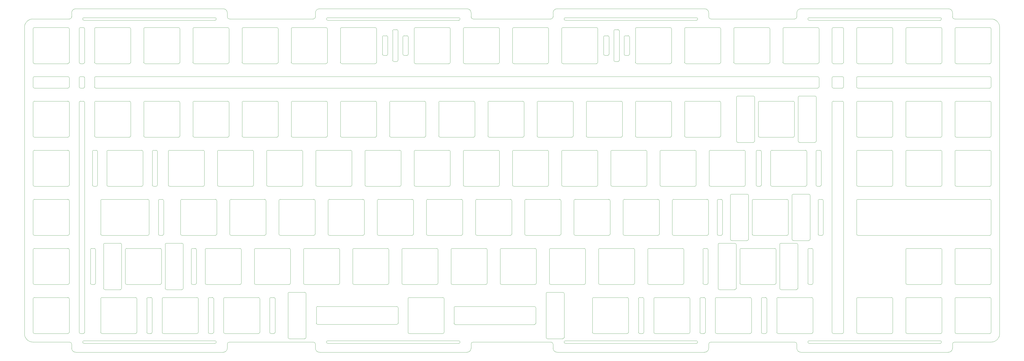
<source format=gm1>
%TF.GenerationSoftware,KiCad,Pcbnew,(5.1.10)-1*%
%TF.CreationDate,2022-01-09T14:06:06-05:00*%
%TF.ProjectId,custom_keyboard plate v2,63757374-6f6d-45f6-9b65-79626f617264,rev?*%
%TF.SameCoordinates,Original*%
%TF.FileFunction,Profile,NP*%
%FSLAX46Y46*%
G04 Gerber Fmt 4.6, Leading zero omitted, Abs format (unit mm)*
G04 Created by KiCad (PCBNEW (5.1.10)-1) date 2022-01-09 14:06:06*
%MOMM*%
%LPD*%
G01*
G04 APERTURE LIST*
%TA.AperFunction,Profile*%
%ADD10C,0.100000*%
%TD*%
G04 APERTURE END LIST*
D10*
X200806100Y-288613100D02*
G75*
G02*
X200306100Y-288113100I0J500000D01*
G01*
X343672100Y-288613100D02*
X292875300Y-288613100D01*
X157152600Y-288613100D02*
X106355800Y-288613100D01*
X157152600Y-287613100D02*
G75*
G02*
X157652600Y-288113100I0J-500000D01*
G01*
X344172100Y-288113100D02*
G75*
G02*
X343672100Y-288613100I-500000J0D01*
G01*
X386825600Y-288113100D02*
G75*
G02*
X387325600Y-287613100I500000J0D01*
G01*
X200306100Y-288113100D02*
G75*
G02*
X200806100Y-287613100I500000J0D01*
G01*
X387325600Y-288613100D02*
G75*
G02*
X386825600Y-288113100I0J500000D01*
G01*
X157652600Y-288113100D02*
G75*
G02*
X157152600Y-288613100I-500000J0D01*
G01*
X343672100Y-287613100D02*
G75*
G02*
X344172100Y-288113100I0J-500000D01*
G01*
X438122400Y-288613100D02*
X387325600Y-288613100D01*
X251602900Y-288613100D02*
X200806100Y-288613100D01*
X387325600Y-287613100D02*
X438122400Y-287613100D01*
X292875300Y-287613100D02*
X343672100Y-287613100D01*
X292875300Y-288613100D02*
G75*
G02*
X292375300Y-288113100I0J500000D01*
G01*
X292375300Y-288113100D02*
G75*
G02*
X292875300Y-287613100I500000J0D01*
G01*
X438622400Y-288113100D02*
G75*
G02*
X438122400Y-288613100I-500000J0D01*
G01*
X438122400Y-287613100D02*
G75*
G02*
X438622400Y-288113100I0J-500000D01*
G01*
X252102900Y-288113100D02*
G75*
G02*
X251602900Y-288613100I-500000J0D01*
G01*
X105855800Y-288113100D02*
G75*
G02*
X106355800Y-287613100I500000J0D01*
G01*
X106355800Y-287613100D02*
X157152600Y-287613100D01*
X106355800Y-288613100D02*
G75*
G02*
X105855800Y-288113100I0J500000D01*
G01*
X200806100Y-287613100D02*
X251602900Y-287613100D01*
X251602900Y-287613100D02*
G75*
G02*
X252102900Y-288113100I0J-500000D01*
G01*
X343672100Y-162208500D02*
G75*
G02*
X344172100Y-162708500I0J-500000D01*
G01*
X387325600Y-162208500D02*
X438122400Y-162208500D01*
X387325600Y-163208500D02*
G75*
G02*
X386825600Y-162708500I0J500000D01*
G01*
X344172100Y-162708500D02*
G75*
G02*
X343672100Y-163208500I-500000J0D01*
G01*
X386825600Y-162708500D02*
G75*
G02*
X387325600Y-162208500I500000J0D01*
G01*
X292875300Y-162208500D02*
X343672100Y-162208500D01*
X292375300Y-162708500D02*
G75*
G02*
X292875300Y-162208500I500000J0D01*
G01*
X438622400Y-162708500D02*
G75*
G02*
X438122400Y-163208500I-500000J0D01*
G01*
X438122400Y-163208500D02*
X387325600Y-163208500D01*
X438122400Y-162208500D02*
G75*
G02*
X438622400Y-162708500I0J-500000D01*
G01*
X343672100Y-163208500D02*
X292875300Y-163208500D01*
X292875300Y-163208500D02*
G75*
G02*
X292375300Y-162708500I0J500000D01*
G01*
X251602900Y-163208500D02*
X200806100Y-163208500D01*
X251602900Y-162208500D02*
G75*
G02*
X252102900Y-162708500I0J-500000D01*
G01*
X252102900Y-162708500D02*
G75*
G02*
X251602900Y-163208500I-500000J0D01*
G01*
X200306100Y-162708500D02*
G75*
G02*
X200806100Y-162208500I500000J0D01*
G01*
X200806100Y-162208500D02*
X251602900Y-162208500D01*
X200806100Y-163208500D02*
G75*
G02*
X200306100Y-162708500I0J500000D01*
G01*
X157152600Y-163208500D02*
X106355800Y-163208500D01*
X106355800Y-162208500D02*
X157152600Y-162208500D01*
X157652600Y-162708500D02*
G75*
G02*
X157152600Y-163208500I-500000J0D01*
G01*
X157152600Y-162208500D02*
G75*
G02*
X157652600Y-162708500I0J-500000D01*
G01*
X106355800Y-163208500D02*
G75*
G02*
X105855800Y-162708500I0J500000D01*
G01*
X105855800Y-162708500D02*
G75*
G02*
X106355800Y-162208500I500000J0D01*
G01*
X86513300Y-288113100D02*
X100799900Y-288113100D01*
X162708500Y-288113100D02*
X195250200Y-288113100D01*
X443678300Y-288113100D02*
X457964900Y-288113100D01*
X349228000Y-288113100D02*
X381769700Y-288113100D01*
X287319400Y-288113100D02*
X257158800Y-288113100D01*
X288113100Y-290494200D02*
X288113100Y-288906800D01*
X346846900Y-292081600D02*
X289700500Y-292081600D01*
X349228000Y-288113100D02*
G75*
G03*
X348434300Y-288906800I0J-793700D01*
G01*
X348434300Y-288906800D02*
X348434300Y-290494200D01*
X288113100Y-290494200D02*
G75*
G03*
X289700500Y-292081600I1587400J0D01*
G01*
X346846900Y-292081600D02*
G75*
G03*
X348434300Y-290494200I0J1587400D01*
G01*
X288113100Y-288906800D02*
G75*
G03*
X287319400Y-288113100I-793700J0D01*
G01*
X382563400Y-290494200D02*
X382563400Y-288906800D01*
X196043900Y-290494200D02*
G75*
G03*
X197631300Y-292081600I1587400J0D01*
G01*
X160327400Y-292081600D02*
G75*
G03*
X161914800Y-290494200I0J1587400D01*
G01*
X161914800Y-288906800D02*
X161914800Y-290494200D01*
X196043900Y-290494200D02*
X196043900Y-288906800D01*
X442884600Y-288906800D02*
X442884600Y-290494200D01*
X441297200Y-292081600D02*
X384150800Y-292081600D01*
X443678300Y-288113100D02*
G75*
G03*
X442884600Y-288906800I0J-793700D01*
G01*
X441297200Y-292081600D02*
G75*
G03*
X442884600Y-290494200I0J1587400D01*
G01*
X257158800Y-288113100D02*
G75*
G03*
X256365100Y-288906800I0J-793700D01*
G01*
X382563400Y-290494200D02*
G75*
G03*
X384150800Y-292081600I1587400J0D01*
G01*
X162708500Y-288113100D02*
G75*
G03*
X161914800Y-288906800I0J-793700D01*
G01*
X160327400Y-292081600D02*
X103181000Y-292081600D01*
X256365100Y-288906800D02*
X256365100Y-290494200D01*
X101593600Y-288906800D02*
G75*
G03*
X100799900Y-288113100I-793700J0D01*
G01*
X382563400Y-288906800D02*
G75*
G03*
X381769700Y-288113100I-793700J0D01*
G01*
X254777700Y-292081600D02*
X197631300Y-292081600D01*
X101593600Y-290494200D02*
X101593600Y-288906800D01*
X101593600Y-290494200D02*
G75*
G03*
X103181000Y-292081600I1587400J0D01*
G01*
X254777700Y-292081600D02*
G75*
G03*
X256365100Y-290494200I0J1587400D01*
G01*
X196043900Y-288906800D02*
G75*
G03*
X195250200Y-288113100I-793700J0D01*
G01*
X86513300Y-162708500D02*
X100799900Y-162708500D01*
X162708500Y-162708500D02*
X195250200Y-162708500D01*
X443678300Y-162708500D02*
X457964900Y-162708500D01*
X349228000Y-162708500D02*
X381769700Y-162708500D01*
X291913450Y-286802200D02*
X285913450Y-286802200D01*
X285913450Y-286802200D02*
G75*
G02*
X285413450Y-286302200I0J500000D01*
G01*
X292413450Y-286302200D02*
G75*
G02*
X291913450Y-286802200I-500000J0D01*
G01*
X185913450Y-286802200D02*
G75*
G02*
X185413450Y-286302200I0J500000D01*
G01*
X192413450Y-286302200D02*
G75*
G02*
X191913450Y-286802200I-500000J0D01*
G01*
X191913450Y-286802200D02*
X185913450Y-286802200D01*
X287319400Y-162708500D02*
X257158800Y-162708500D01*
X288113100Y-160327400D02*
G75*
G02*
X289700500Y-158740000I1587400J0D01*
G01*
X288113100Y-160327400D02*
X288113100Y-161914800D01*
X349228000Y-162708500D02*
G75*
G02*
X348434300Y-161914800I0J793700D01*
G01*
X348434300Y-161914800D02*
X348434300Y-160327400D01*
X346846900Y-158740000D02*
X289700500Y-158740000D01*
X346846900Y-158740000D02*
G75*
G02*
X348434300Y-160327400I0J-1587400D01*
G01*
X288113100Y-161914800D02*
G75*
G02*
X287319400Y-162708500I-793700J0D01*
G01*
X83338500Y-284938300D02*
X83338500Y-165883300D01*
X461139700Y-284938300D02*
X461139700Y-165883300D01*
X148428700Y-265749800D02*
G75*
G02*
X147928700Y-265249800I0J500000D01*
G01*
X149928700Y-252249800D02*
X149928700Y-265249800D01*
X110854700Y-265249800D02*
G75*
G02*
X110354700Y-265749800I-500000J0D01*
G01*
X149428700Y-251749800D02*
G75*
G02*
X149928700Y-252249800I0J-500000D01*
G01*
X148428700Y-251749800D02*
X149428700Y-251749800D01*
X108854700Y-252249800D02*
X108854700Y-265249800D01*
X148428700Y-265749800D02*
X149428700Y-265749800D01*
X108854700Y-252249800D02*
G75*
G02*
X109354700Y-251749800I500000J0D01*
G01*
X147928700Y-252249800D02*
G75*
G02*
X148428700Y-251749800I500000J0D01*
G01*
X109354700Y-265749800D02*
G75*
G02*
X108854700Y-265249800I0J500000D01*
G01*
X110354700Y-251749800D02*
G75*
G02*
X110854700Y-252249800I0J-500000D01*
G01*
X149928700Y-265249800D02*
G75*
G02*
X149428700Y-265749800I-500000J0D01*
G01*
X147928700Y-252249800D02*
X147928700Y-265249800D01*
X109354700Y-251749800D02*
X110354700Y-251749800D01*
X109354700Y-265749800D02*
X110354700Y-265749800D01*
X110854700Y-252249800D02*
X110854700Y-265249800D01*
X114453400Y-249743800D02*
G75*
G03*
X113953400Y-250243800I0J-500000D01*
G01*
X114453400Y-249743800D02*
X120453400Y-249743800D01*
X120953400Y-250243800D02*
G75*
G03*
X120453400Y-249743800I-500000J0D01*
G01*
X144829400Y-250243800D02*
X144829400Y-267248600D01*
X137829400Y-250243800D02*
X137829400Y-267248600D01*
X144829400Y-267248600D02*
G75*
G02*
X144329400Y-267748600I-500000J0D01*
G01*
X138329400Y-249743800D02*
G75*
G03*
X137829400Y-250243800I0J-500000D01*
G01*
X113953400Y-267248600D02*
X113953400Y-250243800D01*
X138329400Y-267748600D02*
G75*
G02*
X137829400Y-267248600I0J500000D01*
G01*
X114453400Y-267748600D02*
G75*
G02*
X113953400Y-267248600I0J500000D01*
G01*
X120953400Y-267248600D02*
G75*
G02*
X120453400Y-267748600I-500000J0D01*
G01*
X120953400Y-267248600D02*
X120953400Y-250243800D01*
X144829400Y-250243800D02*
G75*
G03*
X144329400Y-249743800I-500000J0D01*
G01*
X138329400Y-267748600D02*
X144329400Y-267748600D01*
X114453400Y-267748600D02*
X120453400Y-267748600D01*
X138329400Y-249743800D02*
X144329400Y-249743800D01*
X130018500Y-180027199D02*
G75*
G02*
X129518500Y-179527199I0J500000D01*
G01*
X143518500Y-179527199D02*
G75*
G02*
X143018500Y-180027199I-500000J0D01*
G01*
X130018500Y-180027199D02*
X143018500Y-180027199D01*
X130018500Y-166027200D02*
X143018500Y-166027200D01*
X129518500Y-166527200D02*
G75*
G02*
X130018500Y-166027200I500000J0D01*
G01*
X143518500Y-166527200D02*
X143518500Y-179527199D01*
X129518500Y-166527200D02*
X129518500Y-179527199D01*
X143018500Y-166027200D02*
G75*
G02*
X143518500Y-166527200I0J-500000D01*
G01*
X312172950Y-179232300D02*
G75*
G02*
X311672950Y-178732300I0J500000D01*
G01*
X311672950Y-178732300D02*
X311672950Y-167319701D01*
X309798950Y-176351200D02*
G75*
G02*
X309298950Y-176851200I-500000J0D01*
G01*
X311672950Y-167319701D02*
G75*
G02*
X312172950Y-166819701I500000J0D01*
G01*
X309798950Y-176351200D02*
X309798950Y-169700801D01*
X317735950Y-176351200D02*
G75*
G02*
X317235950Y-176851200I-500000J0D01*
G01*
X309298950Y-169200801D02*
G75*
G02*
X309798950Y-169700801I0J-500000D01*
G01*
X308204450Y-176851200D02*
X309298950Y-176851200D01*
X307704450Y-176351200D02*
X307704450Y-169700801D01*
X316141450Y-169200801D02*
X317235950Y-169200801D01*
X316141450Y-176851200D02*
X317235950Y-176851200D01*
X315641450Y-176351200D02*
X315641450Y-169700801D01*
X315641450Y-169700801D02*
G75*
G02*
X316141450Y-169200801I500000J0D01*
G01*
X312172950Y-166819701D02*
X313267450Y-166819701D01*
X316141450Y-176851200D02*
G75*
G02*
X315641450Y-176351200I0J500000D01*
G01*
X313767450Y-178732300D02*
G75*
G02*
X313267450Y-179232300I-500000J0D01*
G01*
X308204450Y-176851200D02*
G75*
G02*
X307704450Y-176351200I0J500000D01*
G01*
X312172950Y-179232300D02*
X313267450Y-179232300D01*
X307704450Y-169700801D02*
G75*
G02*
X308204450Y-169200801I500000J0D01*
G01*
X308204450Y-169200801D02*
X309298950Y-169200801D01*
X313267450Y-166819701D02*
G75*
G02*
X313767450Y-167319701I0J-500000D01*
G01*
X313767450Y-178732300D02*
X313767450Y-167319701D01*
X317235950Y-169200801D02*
G75*
G02*
X317735950Y-169700801I0J-500000D01*
G01*
X317735950Y-176351200D02*
X317735950Y-169700801D01*
X228047850Y-178732300D02*
G75*
G02*
X227547850Y-179232300I-500000J0D01*
G01*
X222484850Y-176851200D02*
X223579350Y-176851200D01*
X226453350Y-166819701D02*
X227547850Y-166819701D01*
X226453350Y-179232300D02*
G75*
G02*
X225953350Y-178732300I0J500000D01*
G01*
X221984850Y-176351200D02*
X221984850Y-169700801D01*
X221984850Y-169700801D02*
G75*
G02*
X222484850Y-169200801I500000J0D01*
G01*
X227547850Y-166819701D02*
G75*
G02*
X228047850Y-167319701I0J-500000D01*
G01*
X225953350Y-178732300D02*
X225953350Y-167319701D01*
X228047850Y-178732300D02*
X228047850Y-167319701D01*
X225953350Y-167319701D02*
G75*
G02*
X226453350Y-166819701I500000J0D01*
G01*
X224079350Y-176351200D02*
G75*
G02*
X223579350Y-176851200I-500000J0D01*
G01*
X222484850Y-169200801D02*
X223579350Y-169200801D01*
X222484850Y-176851200D02*
G75*
G02*
X221984850Y-176351200I0J500000D01*
G01*
X223579350Y-169200801D02*
G75*
G02*
X224079350Y-169700801I0J-500000D01*
G01*
X224079350Y-176351200D02*
X224079350Y-169700801D01*
X226453350Y-179232300D02*
X227547850Y-179232300D01*
X230421850Y-176851200D02*
X231516350Y-176851200D01*
X229921850Y-176351200D02*
X229921850Y-169700801D01*
X230421850Y-169200801D02*
X231516350Y-169200801D01*
X230421850Y-176851200D02*
G75*
G02*
X229921850Y-176351200I0J500000D01*
G01*
X231516350Y-169200801D02*
G75*
G02*
X232016350Y-169700801I0J-500000D01*
G01*
X232016350Y-176351200D02*
G75*
G02*
X231516350Y-176851200I-500000J0D01*
G01*
X229921850Y-169700801D02*
G75*
G02*
X230421850Y-169200801I500000J0D01*
G01*
X232016350Y-176351200D02*
X232016350Y-169700801D01*
X321697350Y-284794400D02*
X322791850Y-284794400D01*
X323291850Y-284294400D02*
G75*
G02*
X322791850Y-284794400I-500000J0D01*
G01*
X321697350Y-284794400D02*
G75*
G02*
X321197350Y-284294400I0J500000D01*
G01*
X321697350Y-270794401D02*
X322791850Y-270794401D01*
X322791850Y-270794401D02*
G75*
G02*
X323291850Y-271294401I0J-500000D01*
G01*
X323291850Y-284294400D02*
X323291850Y-271294401D01*
X321197350Y-284294400D02*
X321197350Y-271294401D01*
X321197350Y-271294401D02*
G75*
G02*
X321697350Y-270794401I500000J0D01*
G01*
X347102850Y-284294400D02*
X347102850Y-271294401D01*
X346602850Y-270794401D02*
G75*
G02*
X347102850Y-271294401I0J-500000D01*
G01*
X345508350Y-284794400D02*
X346602850Y-284794400D01*
X347102850Y-284294400D02*
G75*
G02*
X346602850Y-284794400I-500000J0D01*
G01*
X345008350Y-271294401D02*
G75*
G02*
X345508350Y-270794401I500000J0D01*
G01*
X345508350Y-284794400D02*
G75*
G02*
X345008350Y-284294400I0J500000D01*
G01*
X345008350Y-284294400D02*
X345008350Y-271294401D01*
X345508350Y-270794401D02*
X346602850Y-270794401D01*
X369319350Y-270794401D02*
X370413850Y-270794401D01*
X369319350Y-284794400D02*
G75*
G02*
X368819350Y-284294400I0J500000D01*
G01*
X368819350Y-284294400D02*
X368819350Y-271294401D01*
X370413850Y-270794401D02*
G75*
G02*
X370913850Y-271294401I0J-500000D01*
G01*
X369319350Y-284794400D02*
X370413850Y-284794400D01*
X370913850Y-284294400D02*
X370913850Y-271294401D01*
X368819350Y-271294401D02*
G75*
G02*
X369319350Y-270794401I500000J0D01*
G01*
X370913850Y-284294400D02*
G75*
G02*
X370413850Y-284794400I-500000J0D01*
G01*
X180425850Y-284294400D02*
G75*
G02*
X179925850Y-284794400I-500000J0D01*
G01*
X178331350Y-284294400D02*
X178331350Y-271294401D01*
X178831350Y-270794401D02*
X179925850Y-270794401D01*
X178831350Y-284794400D02*
X179925850Y-284794400D01*
X180425850Y-284294400D02*
X180425850Y-271294401D01*
X178831350Y-284794400D02*
G75*
G02*
X178331350Y-284294400I0J500000D01*
G01*
X179925850Y-270794401D02*
G75*
G02*
X180425850Y-271294401I0J-500000D01*
G01*
X178331350Y-271294401D02*
G75*
G02*
X178831350Y-270794401I500000J0D01*
G01*
X156614850Y-284294400D02*
G75*
G02*
X156114850Y-284794400I-500000J0D01*
G01*
X155020350Y-270794401D02*
X156114850Y-270794401D01*
X156614850Y-284294400D02*
X156614850Y-271294401D01*
X155020350Y-284794400D02*
X156114850Y-284794400D01*
X155020350Y-284794400D02*
G75*
G02*
X154520350Y-284294400I0J500000D01*
G01*
X156114850Y-270794401D02*
G75*
G02*
X156614850Y-271294401I0J-500000D01*
G01*
X154520350Y-271294401D02*
G75*
G02*
X155020350Y-270794401I500000J0D01*
G01*
X154520350Y-284294400D02*
X154520350Y-271294401D01*
X132303850Y-270794401D02*
G75*
G02*
X132803850Y-271294401I0J-500000D01*
G01*
X130709350Y-284294400D02*
X130709350Y-271294401D01*
X132803850Y-284294400D02*
G75*
G02*
X132303850Y-284794400I-500000J0D01*
G01*
X131209350Y-284794400D02*
X132303850Y-284794400D01*
X131209350Y-284794400D02*
G75*
G02*
X130709350Y-284294400I0J500000D01*
G01*
X131209350Y-270794401D02*
X132303850Y-270794401D01*
X132803850Y-284294400D02*
X132803850Y-271294401D01*
X130709350Y-271294401D02*
G75*
G02*
X131209350Y-270794401I500000J0D01*
G01*
X105017250Y-189550400D02*
X106111750Y-189550400D01*
X104517250Y-189050400D02*
X104517250Y-185574801D01*
X104517250Y-185574801D02*
G75*
G02*
X105017250Y-185074801I500000J0D01*
G01*
X106611750Y-189050400D02*
G75*
G02*
X106111750Y-189550400I-500000J0D01*
G01*
X105017250Y-185074801D02*
X106111750Y-185074801D01*
X105017250Y-189550400D02*
G75*
G02*
X104517250Y-189050400I0J500000D01*
G01*
X106111750Y-185074801D02*
G75*
G02*
X106611750Y-185574801I0J-500000D01*
G01*
X106611750Y-189050400D02*
X106611750Y-185574801D01*
X100659000Y-189050400D02*
G75*
G02*
X100159000Y-189550400I-500000J0D01*
G01*
X87159000Y-189550400D02*
G75*
G02*
X86659000Y-189050400I0J500000D01*
G01*
X100159000Y-185074801D02*
G75*
G02*
X100659000Y-185574801I0J-500000D01*
G01*
X86659000Y-185574801D02*
G75*
G02*
X87159000Y-185074801I500000J0D01*
G01*
X100659000Y-189050400D02*
X100659000Y-185574801D01*
X86659000Y-189050400D02*
X86659000Y-185574801D01*
X87159000Y-189550400D02*
X100159000Y-189550400D01*
X87159000Y-185074801D02*
X100159000Y-185074801D01*
X392300900Y-232701000D02*
G75*
G02*
X392800900Y-233201000I0J-500000D01*
G01*
X392800900Y-246201000D02*
G75*
G02*
X392300900Y-246701000I-500000J0D01*
G01*
X391300900Y-246701000D02*
G75*
G02*
X390800900Y-246201000I0J500000D01*
G01*
X390800900Y-233201000D02*
X390800900Y-246201000D01*
X391300900Y-246701000D02*
X392300900Y-246701000D01*
X391300900Y-232701000D02*
X392300900Y-232701000D01*
X390800900Y-233201000D02*
G75*
G02*
X391300900Y-232701000I500000J0D01*
G01*
X392800900Y-233201000D02*
X392800900Y-246201000D01*
X351726900Y-233201000D02*
G75*
G02*
X352226900Y-232701000I500000J0D01*
G01*
X351726900Y-233201000D02*
X351726900Y-246201000D01*
X352226900Y-246701000D02*
G75*
G02*
X351726900Y-246201000I0J500000D01*
G01*
X353726900Y-246201000D02*
G75*
G02*
X353226900Y-246701000I-500000J0D01*
G01*
X353226900Y-232701000D02*
G75*
G02*
X353726900Y-233201000I0J-500000D01*
G01*
X352226900Y-232701000D02*
X353226900Y-232701000D01*
X352226900Y-246701000D02*
X353226900Y-246701000D01*
X353726900Y-233201000D02*
X353726900Y-246201000D01*
X386832400Y-252249800D02*
X386832400Y-265249800D01*
X387332400Y-265749800D02*
G75*
G02*
X386832400Y-265249800I0J500000D01*
G01*
X386832400Y-252249800D02*
G75*
G02*
X387332400Y-251749800I500000J0D01*
G01*
X388332400Y-251749800D02*
G75*
G02*
X388832400Y-252249800I0J-500000D01*
G01*
X388832400Y-252249800D02*
X388832400Y-265249800D01*
X387332400Y-251749800D02*
X388332400Y-251749800D01*
X387332400Y-265749800D02*
X388332400Y-265749800D01*
X388832400Y-265249800D02*
G75*
G02*
X388332400Y-265749800I-500000J0D01*
G01*
X347671000Y-251749800D02*
G75*
G02*
X348171000Y-252249800I0J-500000D01*
G01*
X346671000Y-265749800D02*
G75*
G02*
X346171000Y-265249800I0J500000D01*
G01*
X346671000Y-265749800D02*
X347671000Y-265749800D01*
X346171000Y-252249800D02*
G75*
G02*
X346671000Y-251749800I500000J0D01*
G01*
X346171000Y-252249800D02*
X346171000Y-265249800D01*
X348171000Y-252249800D02*
X348171000Y-265249800D01*
X346671000Y-251749800D02*
X347671000Y-251749800D01*
X348171000Y-265249800D02*
G75*
G02*
X347671000Y-265749800I-500000J0D01*
G01*
X104517250Y-166526001D02*
G75*
G02*
X105017250Y-166026001I500000J0D01*
G01*
X106611750Y-179526000D02*
X106611750Y-166526001D01*
X106111750Y-166026001D02*
G75*
G02*
X106611750Y-166526001I0J-500000D01*
G01*
X104517250Y-179526000D02*
X104517250Y-166526001D01*
X106611750Y-179526000D02*
G75*
G02*
X106111750Y-180026000I-500000J0D01*
G01*
X105017250Y-180026000D02*
G75*
G02*
X104517250Y-179526000I0J500000D01*
G01*
X105017250Y-166026001D02*
X106111750Y-166026001D01*
X105017250Y-180026000D02*
X106111750Y-180026000D01*
X374001400Y-251748600D02*
G75*
G02*
X374501400Y-252248600I0J-500000D01*
G01*
X285913450Y-268787800D02*
G75*
G03*
X285413450Y-269287800I0J-500000D01*
G01*
X292413450Y-269287800D02*
G75*
G03*
X291913450Y-268787800I-500000J0D01*
G01*
X291913450Y-268787800D02*
X285913450Y-268787800D01*
X185913450Y-268787800D02*
G75*
G03*
X185413450Y-269287800I0J-500000D01*
G01*
X192413450Y-269287800D02*
G75*
G03*
X191913450Y-268787800I-500000J0D01*
G01*
X191913450Y-268787800D02*
X185913450Y-268787800D01*
X122891400Y-251748600D02*
X135891400Y-251748600D01*
X136391400Y-252248600D02*
X136391400Y-265248600D01*
X135891400Y-251748600D02*
G75*
G02*
X136391400Y-252248600I0J-500000D01*
G01*
X136391400Y-265248600D02*
G75*
G02*
X135891400Y-265748600I-500000J0D01*
G01*
X122891400Y-265748600D02*
G75*
G02*
X122391400Y-265248600I0J500000D01*
G01*
X122391400Y-252248600D02*
X122391400Y-265248600D01*
X122391400Y-252248600D02*
G75*
G02*
X122891400Y-251748600I500000J0D01*
G01*
X122891400Y-265748600D02*
X135891400Y-265748600D01*
X352563400Y-249743800D02*
G75*
G03*
X352063400Y-250243800I0J-500000D01*
G01*
X352563400Y-249743800D02*
X358563400Y-249743800D01*
X359063400Y-250243800D02*
G75*
G03*
X358563400Y-249743800I-500000J0D01*
G01*
X360501400Y-252248600D02*
G75*
G02*
X361001400Y-251748600I500000J0D01*
G01*
X382939400Y-250243800D02*
X382939400Y-267248600D01*
X361001400Y-265748600D02*
G75*
G02*
X360501400Y-265248600I0J500000D01*
G01*
X361001400Y-265748600D02*
X374001400Y-265748600D01*
X360501400Y-252248600D02*
X360501400Y-265248600D01*
X375939400Y-250243800D02*
X375939400Y-267248600D01*
X382939400Y-267248600D02*
G75*
G02*
X382439400Y-267748600I-500000J0D01*
G01*
X376439400Y-249743800D02*
G75*
G03*
X375939400Y-250243800I0J-500000D01*
G01*
X352063400Y-267248600D02*
X352063400Y-250243800D01*
X376439400Y-267748600D02*
G75*
G02*
X375939400Y-267248600I0J500000D01*
G01*
X352563400Y-267748600D02*
G75*
G02*
X352063400Y-267248600I0J500000D01*
G01*
X359063400Y-267248600D02*
G75*
G02*
X358563400Y-267748600I-500000J0D01*
G01*
X359063400Y-267248600D02*
X359063400Y-250243800D01*
X374501400Y-265248600D02*
G75*
G02*
X374001400Y-265748600I-500000J0D01*
G01*
X361001400Y-251748600D02*
X374001400Y-251748600D01*
X382939400Y-250243800D02*
G75*
G03*
X382439400Y-249743800I-500000J0D01*
G01*
X376439400Y-267748600D02*
X382439400Y-267748600D01*
X352563400Y-267748600D02*
X358563400Y-267748600D01*
X376439400Y-249743800D02*
X382439400Y-249743800D01*
X374501400Y-252248600D02*
X374501400Y-265248600D01*
X357325600Y-248699800D02*
X363325600Y-248699800D01*
X363825600Y-248199800D02*
G75*
G02*
X363325600Y-248699800I-500000J0D01*
G01*
X357325600Y-248699800D02*
G75*
G02*
X356825600Y-248199800I0J500000D01*
G01*
X357325600Y-230695000D02*
G75*
G03*
X356825600Y-231195000I0J-500000D01*
G01*
X356825600Y-248199800D02*
X356825600Y-231195000D01*
X357325600Y-230695000D02*
X363325600Y-230695000D01*
X363825600Y-248199800D02*
X363825600Y-231195000D01*
X363825600Y-231195000D02*
G75*
G03*
X363325600Y-230695000I-500000J0D01*
G01*
X381201600Y-230695000D02*
G75*
G03*
X380701600Y-231195000I0J-500000D01*
G01*
X387701600Y-231195000D02*
G75*
G03*
X387201600Y-230695000I-500000J0D01*
G01*
X381201600Y-230695000D02*
X387201600Y-230695000D01*
X378763600Y-232699800D02*
G75*
G02*
X379263600Y-233199800I0J-500000D01*
G01*
X365263600Y-233199800D02*
G75*
G02*
X365763600Y-232699800I500000J0D01*
G01*
X365763600Y-246699800D02*
X378763600Y-246699800D01*
X381201600Y-248699800D02*
X387201600Y-248699800D01*
X380701600Y-231195000D02*
X380701600Y-248199800D01*
X379263600Y-233199800D02*
X379263600Y-246199800D01*
X365263600Y-233199800D02*
X365263600Y-246199800D01*
X365763600Y-246699800D02*
G75*
G02*
X365263600Y-246199800I0J500000D01*
G01*
X387701600Y-231195000D02*
X387701600Y-248199800D01*
X379263600Y-246199800D02*
G75*
G02*
X378763600Y-246699800I-500000J0D01*
G01*
X381201600Y-248699800D02*
G75*
G02*
X380701600Y-248199800I0J500000D01*
G01*
X365763600Y-232699800D02*
X378763600Y-232699800D01*
X387701600Y-248199800D02*
G75*
G02*
X387201600Y-248699800I-500000J0D01*
G01*
X383582700Y-192597400D02*
X389582700Y-192597400D01*
X383582700Y-192597400D02*
G75*
G03*
X383082700Y-193097400I0J-500000D01*
G01*
X390082700Y-193097400D02*
G75*
G03*
X389582700Y-192597400I-500000J0D01*
G01*
X359706700Y-192597400D02*
X365706700Y-192597400D01*
X366206700Y-210102200D02*
X366206700Y-193097400D01*
X359206700Y-210102200D02*
X359206700Y-193097400D01*
X359706700Y-192597400D02*
G75*
G03*
X359206700Y-193097400I0J-500000D01*
G01*
X366206700Y-193097400D02*
G75*
G03*
X365706700Y-192597400I-500000J0D01*
G01*
X425294700Y-180029000D02*
X438294700Y-180029000D01*
X425294700Y-180029000D02*
G75*
G02*
X424794700Y-179529000I0J500000D01*
G01*
X424794700Y-166529000D02*
G75*
G02*
X425294700Y-166029000I500000J0D01*
G01*
X425294700Y-166029000D02*
X438294700Y-166029000D01*
X438794700Y-166529000D02*
X438794700Y-179529000D01*
X438794700Y-179529000D02*
G75*
G02*
X438294700Y-180029000I-500000J0D01*
G01*
X438294700Y-166029000D02*
G75*
G02*
X438794700Y-166529000I0J-500000D01*
G01*
X424794700Y-166529000D02*
X424794700Y-179529000D01*
X106611750Y-284294400D02*
X106611750Y-195099201D01*
X106111750Y-194599201D02*
G75*
G02*
X106611750Y-195099201I0J-500000D01*
G01*
X105017250Y-194599201D02*
X106111750Y-194599201D01*
X104517250Y-284294400D02*
X104517250Y-195099201D01*
X104517250Y-195099201D02*
G75*
G02*
X105017250Y-194599201I500000J0D01*
G01*
X105017250Y-284794400D02*
G75*
G02*
X104517250Y-284294400I0J500000D01*
G01*
X105017250Y-284794400D02*
X106111750Y-284794400D01*
X106611750Y-284294400D02*
G75*
G02*
X106111750Y-284794400I-500000J0D01*
G01*
X444344700Y-251753400D02*
X457344700Y-251753400D01*
X444344700Y-265753400D02*
G75*
G02*
X443844700Y-265253400I0J500000D01*
G01*
X443844700Y-252253400D02*
X443844700Y-265253400D01*
X457344700Y-251753400D02*
G75*
G02*
X457844700Y-252253400I0J-500000D01*
G01*
X457844700Y-265253400D02*
G75*
G02*
X457344700Y-265753400I-500000J0D01*
G01*
X457844700Y-252253400D02*
X457844700Y-265253400D01*
X444344700Y-265753400D02*
X457344700Y-265753400D01*
X443844700Y-252253400D02*
G75*
G02*
X444344700Y-251753400I500000J0D01*
G01*
X405744700Y-214151000D02*
G75*
G02*
X406244700Y-213651000I500000J0D01*
G01*
X444344700Y-227651000D02*
G75*
G02*
X443844700Y-227151000I0J500000D01*
G01*
X406244700Y-227651000D02*
G75*
G02*
X405744700Y-227151000I0J500000D01*
G01*
X419744700Y-227151000D02*
G75*
G02*
X419244700Y-227651000I-500000J0D01*
G01*
X444344700Y-227651000D02*
X457344700Y-227651000D01*
X425294700Y-227651000D02*
X438294700Y-227651000D01*
X425294700Y-227651000D02*
G75*
G02*
X424794700Y-227151000I0J500000D01*
G01*
X424794700Y-214151000D02*
G75*
G02*
X425294700Y-213651000I500000J0D01*
G01*
X425294700Y-213651000D02*
X438294700Y-213651000D01*
X443844700Y-214151000D02*
G75*
G02*
X444344700Y-213651000I500000J0D01*
G01*
X438794700Y-214151000D02*
X438794700Y-227151000D01*
X457344700Y-213651000D02*
G75*
G02*
X457844700Y-214151000I0J-500000D01*
G01*
X406244700Y-227651000D02*
X419244700Y-227651000D01*
X419744700Y-214151000D02*
X419744700Y-227151000D01*
X444344700Y-213651000D02*
X457344700Y-213651000D01*
X443844700Y-214151000D02*
X443844700Y-227151000D01*
X457844700Y-227151000D02*
G75*
G02*
X457344700Y-227651000I-500000J0D01*
G01*
X419244700Y-213651000D02*
G75*
G02*
X419744700Y-214151000I0J-500000D01*
G01*
X438794700Y-227151000D02*
G75*
G02*
X438294700Y-227651000I-500000J0D01*
G01*
X438294700Y-213651000D02*
G75*
G02*
X438794700Y-214151000I0J-500000D01*
G01*
X457844700Y-214151000D02*
X457844700Y-227151000D01*
X424794700Y-214151000D02*
X424794700Y-227151000D01*
X406244700Y-213651000D02*
X419244700Y-213651000D01*
X405744700Y-214151000D02*
X405744700Y-227151000D01*
X396702000Y-189550400D02*
X400177600Y-189550400D01*
X396702000Y-185074801D02*
X400177600Y-185074801D01*
X400677600Y-189050400D02*
X400677600Y-185574801D01*
X396202000Y-189050400D02*
X396202000Y-185574801D01*
X396702000Y-189550400D02*
G75*
G02*
X396202000Y-189050400I0J500000D01*
G01*
X400177600Y-185074801D02*
G75*
G02*
X400677600Y-185574801I0J-500000D01*
G01*
X396202000Y-185574801D02*
G75*
G02*
X396702000Y-185074801I500000J0D01*
G01*
X400677600Y-189050400D02*
G75*
G02*
X400177600Y-189550400I-500000J0D01*
G01*
X457821000Y-189048600D02*
X457821000Y-185573000D01*
X405723401Y-189048600D02*
X405723401Y-185573000D01*
X457321000Y-185073000D02*
X406223401Y-185073000D01*
X457321000Y-189548600D02*
X406223401Y-189548600D01*
X457821000Y-189048600D02*
G75*
G02*
X457321000Y-189548600I-500000J0D01*
G01*
X405723401Y-185573000D02*
G75*
G02*
X406223401Y-185073000I500000J0D01*
G01*
X406223401Y-189548600D02*
G75*
G02*
X405723401Y-189048600I0J500000D01*
G01*
X457321000Y-185073000D02*
G75*
G02*
X457821000Y-185573000I0J-500000D01*
G01*
X396702000Y-284794400D02*
X400177600Y-284794400D01*
X396702000Y-194599201D02*
X400177600Y-194599201D01*
X400677600Y-284294400D02*
X400677600Y-195099201D01*
X396202000Y-284294400D02*
X396202000Y-195099201D01*
X396702000Y-284794400D02*
G75*
G02*
X396202000Y-284294400I0J500000D01*
G01*
X400177600Y-194599201D02*
G75*
G02*
X400677600Y-195099201I0J-500000D01*
G01*
X396202000Y-195099201D02*
G75*
G02*
X396702000Y-194599201I500000J0D01*
G01*
X400677600Y-284294400D02*
G75*
G02*
X400177600Y-284794400I-500000J0D01*
G01*
X396202000Y-166526001D02*
G75*
G02*
X396702000Y-166026001I500000J0D01*
G01*
X396702000Y-166026001D02*
X400177600Y-166026001D01*
X400677600Y-179526000D02*
X400677600Y-166526001D01*
X396202000Y-179526000D02*
X396202000Y-166526001D01*
X400177600Y-166026001D02*
G75*
G02*
X400677600Y-166526001I0J-500000D01*
G01*
X396702000Y-180026000D02*
X400177600Y-180026000D01*
X396702000Y-180026000D02*
G75*
G02*
X396202000Y-179526000I0J500000D01*
G01*
X400677600Y-179526000D02*
G75*
G02*
X400177600Y-180026000I-500000J0D01*
G01*
X110468200Y-185577800D02*
X110468200Y-189053400D01*
X391151399Y-185577800D02*
X391151399Y-189053400D01*
X110468200Y-185577800D02*
G75*
G02*
X110968200Y-185077800I500000J0D01*
G01*
X110968200Y-185077800D02*
X390651399Y-185077800D01*
X110968200Y-189553400D02*
G75*
G02*
X110468200Y-189053400I0J500000D01*
G01*
X110968200Y-189553400D02*
X390651399Y-189553400D01*
X390651399Y-185077800D02*
G75*
G02*
X391151399Y-185577800I0J-500000D01*
G01*
X391151399Y-189053400D02*
G75*
G02*
X390651399Y-189553400I-500000J0D01*
G01*
X100657199Y-179527199D02*
G75*
G02*
X100157199Y-180027199I-500000J0D01*
G01*
X100657199Y-166527200D02*
X100657199Y-179527199D01*
X86657200Y-166527200D02*
X86657200Y-179527199D01*
X87157200Y-180027199D02*
X100157199Y-180027199D01*
X86657200Y-166527200D02*
G75*
G02*
X87157200Y-166027200I500000J0D01*
G01*
X87157200Y-166027200D02*
X100157199Y-166027200D01*
X87157200Y-180027199D02*
G75*
G02*
X86657200Y-179527199I0J500000D01*
G01*
X100157199Y-166027200D02*
G75*
G02*
X100657199Y-166527200I0J-500000D01*
G01*
X280906700Y-281307850D02*
X250239000Y-281307850D01*
X281406700Y-274807850D02*
X281406700Y-280807850D01*
X250239000Y-281307850D02*
G75*
G02*
X249739000Y-280807850I0J500000D01*
G01*
X281406700Y-280807850D02*
G75*
G02*
X280906700Y-281307850I-500000J0D01*
G01*
X249739000Y-274807850D02*
G75*
G02*
X250239000Y-274307850I500000J0D01*
G01*
X249739000Y-280807850D02*
X249739000Y-274807850D01*
X280906700Y-274307850D02*
G75*
G02*
X281406700Y-274807850I0J-500000D01*
G01*
X280906700Y-274307850D02*
X250239000Y-274307850D01*
X113350950Y-246704600D02*
X131113450Y-246702200D01*
X113350950Y-232704600D02*
X131113450Y-232702200D01*
X112850950Y-233204600D02*
G75*
G02*
X113350950Y-232704600I500000J0D01*
G01*
X112850950Y-233204600D02*
X112850950Y-246204600D01*
X113350950Y-246704600D02*
G75*
G02*
X112850950Y-246204600I0J500000D01*
G01*
X228068400Y-280782150D02*
G75*
G02*
X227568400Y-281282150I-500000J0D01*
G01*
X227568400Y-274282150D02*
G75*
G02*
X228068400Y-274782150I0J-500000D01*
G01*
X196400700Y-274782150D02*
G75*
G02*
X196900700Y-274282150I500000J0D01*
G01*
X196900700Y-281282150D02*
G75*
G02*
X196400700Y-280782150I0J500000D01*
G01*
X196900700Y-281282150D02*
X227568400Y-281282150D01*
X196400700Y-280782150D02*
X196400700Y-274782150D01*
X196900700Y-274282150D02*
X227568400Y-274282150D01*
X228068400Y-274782150D02*
X228068400Y-280782150D01*
X457844700Y-284302200D02*
G75*
G02*
X457344700Y-284802200I-500000J0D01*
G01*
X444344700Y-284802200D02*
G75*
G02*
X443844700Y-284302200I0J500000D01*
G01*
X457344700Y-270802200D02*
G75*
G02*
X457844700Y-271302200I0J-500000D01*
G01*
X443844700Y-271302200D02*
G75*
G02*
X444344700Y-270802200I500000J0D01*
G01*
X457844700Y-271302200D02*
X457844700Y-284302200D01*
X443844700Y-271302200D02*
X443844700Y-284302200D01*
X444344700Y-284802200D02*
X457344700Y-284802200D01*
X444344700Y-270802200D02*
X457344700Y-270802200D01*
X438794700Y-284302200D02*
G75*
G02*
X438294700Y-284802200I-500000J0D01*
G01*
X425294700Y-284802200D02*
G75*
G02*
X424794700Y-284302200I0J500000D01*
G01*
X438294700Y-270802200D02*
G75*
G02*
X438794700Y-271302200I0J-500000D01*
G01*
X424794700Y-271302200D02*
G75*
G02*
X425294700Y-270802200I500000J0D01*
G01*
X438794700Y-271302200D02*
X438794700Y-284302200D01*
X424794700Y-271302200D02*
X424794700Y-284302200D01*
X425294700Y-284802200D02*
X438294700Y-284802200D01*
X425294700Y-270802200D02*
X438294700Y-270802200D01*
X419744700Y-284302200D02*
G75*
G02*
X419244700Y-284802200I-500000J0D01*
G01*
X406244700Y-284802200D02*
G75*
G02*
X405744700Y-284302200I0J500000D01*
G01*
X419244700Y-270802200D02*
G75*
G02*
X419744700Y-271302200I0J-500000D01*
G01*
X405744700Y-271302200D02*
G75*
G02*
X406244700Y-270802200I500000J0D01*
G01*
X419744700Y-271302200D02*
X419744700Y-284302200D01*
X405744700Y-271302200D02*
X405744700Y-284302200D01*
X406244700Y-284802200D02*
X419244700Y-284802200D01*
X406244700Y-270802200D02*
X419244700Y-270802200D01*
X388788450Y-284302200D02*
G75*
G02*
X388288450Y-284802200I-500000J0D01*
G01*
X375288450Y-284802200D02*
G75*
G02*
X374788450Y-284302200I0J500000D01*
G01*
X388288450Y-270802200D02*
G75*
G02*
X388788450Y-271302200I0J-500000D01*
G01*
X374788450Y-271302200D02*
G75*
G02*
X375288450Y-270802200I500000J0D01*
G01*
X388788450Y-271302200D02*
X388788450Y-284302200D01*
X374788450Y-271302200D02*
X374788450Y-284302200D01*
X375288450Y-284802200D02*
X388288450Y-284802200D01*
X375288450Y-270802200D02*
X388288450Y-270802200D01*
X364975950Y-284302200D02*
G75*
G02*
X364475950Y-284802200I-500000J0D01*
G01*
X351475950Y-284802200D02*
G75*
G02*
X350975950Y-284302200I0J500000D01*
G01*
X364475950Y-270802200D02*
G75*
G02*
X364975950Y-271302200I0J-500000D01*
G01*
X350975950Y-271302200D02*
G75*
G02*
X351475950Y-270802200I500000J0D01*
G01*
X364975950Y-271302200D02*
X364975950Y-284302200D01*
X350975950Y-271302200D02*
X350975950Y-284302200D01*
X351475950Y-284802200D02*
X364475950Y-284802200D01*
X351475950Y-270802200D02*
X364475950Y-270802200D01*
X341163450Y-284302200D02*
G75*
G02*
X340663450Y-284802200I-500000J0D01*
G01*
X327663450Y-284802200D02*
G75*
G02*
X327163450Y-284302200I0J500000D01*
G01*
X340663450Y-270802200D02*
G75*
G02*
X341163450Y-271302200I0J-500000D01*
G01*
X327163450Y-271302200D02*
G75*
G02*
X327663450Y-270802200I500000J0D01*
G01*
X341163450Y-271302200D02*
X341163450Y-284302200D01*
X327163450Y-271302200D02*
X327163450Y-284302200D01*
X327663450Y-284802200D02*
X340663450Y-284802200D01*
X327663450Y-270802200D02*
X340663450Y-270802200D01*
X317350950Y-284302200D02*
G75*
G02*
X316850950Y-284802200I-500000J0D01*
G01*
X303850950Y-284802200D02*
G75*
G02*
X303350950Y-284302200I0J500000D01*
G01*
X316850950Y-270802200D02*
G75*
G02*
X317350950Y-271302200I0J-500000D01*
G01*
X303350950Y-271302200D02*
G75*
G02*
X303850950Y-270802200I500000J0D01*
G01*
X317350950Y-271302200D02*
X317350950Y-284302200D01*
X303350950Y-271302200D02*
X303350950Y-284302200D01*
X303850950Y-284802200D02*
X316850950Y-284802200D01*
X303850950Y-270802200D02*
X316850950Y-270802200D01*
X192413450Y-269287800D02*
X192413450Y-286302200D01*
X185413450Y-269287800D02*
X185413450Y-286302200D01*
X292413450Y-269287800D02*
X292413450Y-286302200D01*
X285413450Y-269287800D02*
X285413450Y-286302200D01*
X245913450Y-284302200D02*
G75*
G02*
X245413450Y-284802200I-500000J0D01*
G01*
X232413450Y-284802200D02*
G75*
G02*
X231913450Y-284302200I0J500000D01*
G01*
X245413450Y-270802200D02*
G75*
G02*
X245913450Y-271302200I0J-500000D01*
G01*
X231913450Y-271302200D02*
G75*
G02*
X232413450Y-270802200I500000J0D01*
G01*
X245913450Y-271302200D02*
X245913450Y-284302200D01*
X231913450Y-271302200D02*
X231913450Y-284302200D01*
X232413450Y-284802200D02*
X245413450Y-284802200D01*
X232413450Y-270802200D02*
X245413450Y-270802200D01*
X174475950Y-284302200D02*
G75*
G02*
X173975950Y-284802200I-500000J0D01*
G01*
X160975950Y-284802200D02*
G75*
G02*
X160475950Y-284302200I0J500000D01*
G01*
X173975950Y-270802200D02*
G75*
G02*
X174475950Y-271302200I0J-500000D01*
G01*
X160475950Y-271302200D02*
G75*
G02*
X160975950Y-270802200I500000J0D01*
G01*
X174475950Y-271302200D02*
X174475950Y-284302200D01*
X160475950Y-271302200D02*
X160475950Y-284302200D01*
X160975950Y-284802200D02*
X173975950Y-284802200D01*
X160975950Y-270802200D02*
X173975950Y-270802200D01*
X150663450Y-284302200D02*
G75*
G02*
X150163450Y-284802200I-500000J0D01*
G01*
X137163450Y-284802200D02*
G75*
G02*
X136663450Y-284302200I0J500000D01*
G01*
X150163450Y-270802200D02*
G75*
G02*
X150663450Y-271302200I0J-500000D01*
G01*
X136663450Y-271302200D02*
G75*
G02*
X137163450Y-270802200I500000J0D01*
G01*
X150663450Y-271302200D02*
X150663450Y-284302200D01*
X136663450Y-271302200D02*
X136663450Y-284302200D01*
X137163450Y-284802200D02*
X150163450Y-284802200D01*
X137163450Y-270802200D02*
X150163450Y-270802200D01*
X126850950Y-284302200D02*
G75*
G02*
X126350950Y-284802200I-500000J0D01*
G01*
X113350950Y-284802200D02*
G75*
G02*
X112850950Y-284302200I0J500000D01*
G01*
X126350950Y-270802200D02*
G75*
G02*
X126850950Y-271302200I0J-500000D01*
G01*
X112850950Y-271302200D02*
G75*
G02*
X113350950Y-270802200I500000J0D01*
G01*
X126850950Y-271302200D02*
X126850950Y-284302200D01*
X112850950Y-271302200D02*
X112850950Y-284302200D01*
X113350950Y-284802200D02*
X126350950Y-284802200D01*
X113350950Y-270802200D02*
X126350950Y-270802200D01*
X100657199Y-284302200D02*
G75*
G02*
X100157199Y-284802200I-500000J0D01*
G01*
X87157200Y-284802200D02*
G75*
G02*
X86657200Y-284302200I0J500000D01*
G01*
X100157199Y-270802200D02*
G75*
G02*
X100657199Y-271302200I0J-500000D01*
G01*
X86657200Y-271302200D02*
G75*
G02*
X87157200Y-270802200I500000J0D01*
G01*
X100657199Y-271302200D02*
X100657199Y-284302200D01*
X86657200Y-271302200D02*
X86657200Y-284302200D01*
X87157200Y-284802200D02*
X100157199Y-284802200D01*
X87157200Y-270802200D02*
X100157199Y-270802200D01*
X438794700Y-265252200D02*
G75*
G02*
X438294700Y-265752200I-500000J0D01*
G01*
X425294700Y-265752200D02*
G75*
G02*
X424794700Y-265252200I0J500000D01*
G01*
X438294700Y-251752200D02*
G75*
G02*
X438794700Y-252252200I0J-500000D01*
G01*
X424794700Y-252252200D02*
G75*
G02*
X425294700Y-251752200I500000J0D01*
G01*
X438794700Y-252252200D02*
X438794700Y-265252200D01*
X424794700Y-252252200D02*
X424794700Y-265252200D01*
X425294700Y-265752200D02*
X438294700Y-265752200D01*
X425294700Y-251752200D02*
X438294700Y-251752200D01*
X338782200Y-265252200D02*
G75*
G02*
X338282200Y-265752200I-500000J0D01*
G01*
X325282200Y-265752200D02*
G75*
G02*
X324782200Y-265252200I0J500000D01*
G01*
X338282200Y-251752200D02*
G75*
G02*
X338782200Y-252252200I0J-500000D01*
G01*
X324782200Y-252252200D02*
G75*
G02*
X325282200Y-251752200I500000J0D01*
G01*
X338782200Y-252252200D02*
X338782200Y-265252200D01*
X324782200Y-252252200D02*
X324782200Y-265252200D01*
X325282200Y-265752200D02*
X338282200Y-265752200D01*
X325282200Y-251752200D02*
X338282200Y-251752200D01*
X319732200Y-265252200D02*
G75*
G02*
X319232200Y-265752200I-500000J0D01*
G01*
X306232200Y-265752200D02*
G75*
G02*
X305732200Y-265252200I0J500000D01*
G01*
X319232200Y-251752200D02*
G75*
G02*
X319732200Y-252252200I0J-500000D01*
G01*
X305732200Y-252252200D02*
G75*
G02*
X306232200Y-251752200I500000J0D01*
G01*
X319732200Y-252252200D02*
X319732200Y-265252200D01*
X305732200Y-252252200D02*
X305732200Y-265252200D01*
X306232200Y-265752200D02*
X319232200Y-265752200D01*
X306232200Y-251752200D02*
X319232200Y-251752200D01*
X300682200Y-265252200D02*
G75*
G02*
X300182200Y-265752200I-500000J0D01*
G01*
X287182200Y-265752200D02*
G75*
G02*
X286682200Y-265252200I0J500000D01*
G01*
X300182200Y-251752200D02*
G75*
G02*
X300682200Y-252252200I0J-500000D01*
G01*
X286682200Y-252252200D02*
G75*
G02*
X287182200Y-251752200I500000J0D01*
G01*
X300682200Y-252252200D02*
X300682200Y-265252200D01*
X286682200Y-252252200D02*
X286682200Y-265252200D01*
X287182200Y-265752200D02*
X300182200Y-265752200D01*
X287182200Y-251752200D02*
X300182200Y-251752200D01*
X281632200Y-265252200D02*
G75*
G02*
X281132200Y-265752200I-500000J0D01*
G01*
X268132200Y-265752200D02*
G75*
G02*
X267632200Y-265252200I0J500000D01*
G01*
X281132200Y-251752200D02*
G75*
G02*
X281632200Y-252252200I0J-500000D01*
G01*
X267632200Y-252252200D02*
G75*
G02*
X268132200Y-251752200I500000J0D01*
G01*
X281632200Y-252252200D02*
X281632200Y-265252200D01*
X267632200Y-252252200D02*
X267632200Y-265252200D01*
X268132200Y-265752200D02*
X281132200Y-265752200D01*
X268132200Y-251752200D02*
X281132200Y-251752200D01*
X262582200Y-265252200D02*
G75*
G02*
X262082200Y-265752200I-500000J0D01*
G01*
X249082200Y-265752200D02*
G75*
G02*
X248582200Y-265252200I0J500000D01*
G01*
X262082200Y-251752200D02*
G75*
G02*
X262582200Y-252252200I0J-500000D01*
G01*
X248582200Y-252252200D02*
G75*
G02*
X249082200Y-251752200I500000J0D01*
G01*
X262582200Y-252252200D02*
X262582200Y-265252200D01*
X248582200Y-252252200D02*
X248582200Y-265252200D01*
X249082200Y-265752200D02*
X262082200Y-265752200D01*
X249082200Y-251752200D02*
X262082200Y-251752200D01*
X243532200Y-265252200D02*
G75*
G02*
X243032200Y-265752200I-500000J0D01*
G01*
X230032200Y-265752200D02*
G75*
G02*
X229532200Y-265252200I0J500000D01*
G01*
X243032200Y-251752200D02*
G75*
G02*
X243532200Y-252252200I0J-500000D01*
G01*
X229532200Y-252252200D02*
G75*
G02*
X230032200Y-251752200I500000J0D01*
G01*
X243532200Y-252252200D02*
X243532200Y-265252200D01*
X229532200Y-252252200D02*
X229532200Y-265252200D01*
X230032200Y-265752200D02*
X243032200Y-265752200D01*
X230032200Y-251752200D02*
X243032200Y-251752200D01*
X224482200Y-265252200D02*
G75*
G02*
X223982200Y-265752200I-500000J0D01*
G01*
X210982200Y-265752200D02*
G75*
G02*
X210482200Y-265252200I0J500000D01*
G01*
X223982200Y-251752200D02*
G75*
G02*
X224482200Y-252252200I0J-500000D01*
G01*
X210482200Y-252252200D02*
G75*
G02*
X210982200Y-251752200I500000J0D01*
G01*
X224482200Y-252252200D02*
X224482200Y-265252200D01*
X210482200Y-252252200D02*
X210482200Y-265252200D01*
X210982200Y-265752200D02*
X223982200Y-265752200D01*
X210982200Y-251752200D02*
X223982200Y-251752200D01*
X205432200Y-265252200D02*
G75*
G02*
X204932200Y-265752200I-500000J0D01*
G01*
X191932200Y-265752200D02*
G75*
G02*
X191432200Y-265252200I0J500000D01*
G01*
X204932200Y-251752200D02*
G75*
G02*
X205432200Y-252252200I0J-500000D01*
G01*
X191432200Y-252252200D02*
G75*
G02*
X191932200Y-251752200I500000J0D01*
G01*
X205432200Y-252252200D02*
X205432200Y-265252200D01*
X191432200Y-252252200D02*
X191432200Y-265252200D01*
X191932200Y-265752200D02*
X204932200Y-265752200D01*
X191932200Y-251752200D02*
X204932200Y-251752200D01*
X186382200Y-265252200D02*
G75*
G02*
X185882200Y-265752200I-500000J0D01*
G01*
X172882200Y-265752200D02*
G75*
G02*
X172382200Y-265252200I0J500000D01*
G01*
X185882200Y-251752200D02*
G75*
G02*
X186382200Y-252252200I0J-500000D01*
G01*
X172382200Y-252252200D02*
G75*
G02*
X172882200Y-251752200I500000J0D01*
G01*
X186382200Y-252252200D02*
X186382200Y-265252200D01*
X172382200Y-252252200D02*
X172382200Y-265252200D01*
X172882200Y-265752200D02*
X185882200Y-265752200D01*
X172882200Y-251752200D02*
X185882200Y-251752200D01*
X167332200Y-265252200D02*
G75*
G02*
X166832200Y-265752200I-500000J0D01*
G01*
X153832200Y-265752200D02*
G75*
G02*
X153332200Y-265252200I0J500000D01*
G01*
X166832200Y-251752200D02*
G75*
G02*
X167332200Y-252252200I0J-500000D01*
G01*
X153332200Y-252252200D02*
G75*
G02*
X153832200Y-251752200I500000J0D01*
G01*
X167332200Y-252252200D02*
X167332200Y-265252200D01*
X153332200Y-252252200D02*
X153332200Y-265252200D01*
X153832200Y-265752200D02*
X166832200Y-265752200D01*
X153832200Y-251752200D02*
X166832200Y-251752200D01*
X100657199Y-265252200D02*
G75*
G02*
X100157199Y-265752200I-500000J0D01*
G01*
X87157200Y-265752200D02*
G75*
G02*
X86657200Y-265252200I0J500000D01*
G01*
X100157199Y-251752200D02*
G75*
G02*
X100657199Y-252252200I0J-500000D01*
G01*
X86657200Y-252252200D02*
G75*
G02*
X87157200Y-251752200I500000J0D01*
G01*
X100657199Y-252252200D02*
X100657199Y-265252200D01*
X86657200Y-252252200D02*
X86657200Y-265252200D01*
X87157200Y-265752200D02*
X100157199Y-265752200D01*
X87157200Y-251752200D02*
X100157199Y-251752200D01*
X348307200Y-246202200D02*
G75*
G02*
X347807200Y-246702200I-500000J0D01*
G01*
X334807200Y-246702200D02*
G75*
G02*
X334307200Y-246202200I0J500000D01*
G01*
X347807200Y-232702200D02*
G75*
G02*
X348307200Y-233202200I0J-500000D01*
G01*
X334307200Y-233202200D02*
G75*
G02*
X334807200Y-232702200I500000J0D01*
G01*
X348307200Y-233202200D02*
X348307200Y-246202200D01*
X334307200Y-233202200D02*
X334307200Y-246202200D01*
X334807200Y-246702200D02*
X347807200Y-246702200D01*
X334807200Y-232702200D02*
X347807200Y-232702200D01*
X329257200Y-246202200D02*
G75*
G02*
X328757200Y-246702200I-500000J0D01*
G01*
X315757200Y-246702200D02*
G75*
G02*
X315257200Y-246202200I0J500000D01*
G01*
X328757200Y-232702200D02*
G75*
G02*
X329257200Y-233202200I0J-500000D01*
G01*
X315257200Y-233202200D02*
G75*
G02*
X315757200Y-232702200I500000J0D01*
G01*
X329257200Y-233202200D02*
X329257200Y-246202200D01*
X315257200Y-233202200D02*
X315257200Y-246202200D01*
X315757200Y-246702200D02*
X328757200Y-246702200D01*
X315757200Y-232702200D02*
X328757200Y-232702200D01*
X310207200Y-246202200D02*
G75*
G02*
X309707200Y-246702200I-500000J0D01*
G01*
X296707200Y-246702200D02*
G75*
G02*
X296207200Y-246202200I0J500000D01*
G01*
X309707200Y-232702200D02*
G75*
G02*
X310207200Y-233202200I0J-500000D01*
G01*
X296207200Y-233202200D02*
G75*
G02*
X296707200Y-232702200I500000J0D01*
G01*
X310207200Y-233202200D02*
X310207200Y-246202200D01*
X296207200Y-233202200D02*
X296207200Y-246202200D01*
X296707200Y-246702200D02*
X309707200Y-246702200D01*
X296707200Y-232702200D02*
X309707200Y-232702200D01*
X291157200Y-246202200D02*
G75*
G02*
X290657200Y-246702200I-500000J0D01*
G01*
X277657200Y-246702200D02*
G75*
G02*
X277157200Y-246202200I0J500000D01*
G01*
X290657200Y-232702200D02*
G75*
G02*
X291157200Y-233202200I0J-500000D01*
G01*
X277157200Y-233202200D02*
G75*
G02*
X277657200Y-232702200I500000J0D01*
G01*
X291157200Y-233202200D02*
X291157200Y-246202200D01*
X277157200Y-233202200D02*
X277157200Y-246202200D01*
X277657200Y-246702200D02*
X290657200Y-246702200D01*
X277657200Y-232702200D02*
X290657200Y-232702200D01*
X272107200Y-246202200D02*
G75*
G02*
X271607200Y-246702200I-500000J0D01*
G01*
X258607200Y-246702200D02*
G75*
G02*
X258107200Y-246202200I0J500000D01*
G01*
X271607200Y-232702200D02*
G75*
G02*
X272107200Y-233202200I0J-500000D01*
G01*
X258107200Y-233202200D02*
G75*
G02*
X258607200Y-232702200I500000J0D01*
G01*
X272107200Y-233202200D02*
X272107200Y-246202200D01*
X258107200Y-233202200D02*
X258107200Y-246202200D01*
X258607200Y-246702200D02*
X271607200Y-246702200D01*
X258607200Y-232702200D02*
X271607200Y-232702200D01*
X253057200Y-246202200D02*
G75*
G02*
X252557200Y-246702200I-500000J0D01*
G01*
X239557200Y-246702200D02*
G75*
G02*
X239057200Y-246202200I0J500000D01*
G01*
X252557200Y-232702200D02*
G75*
G02*
X253057200Y-233202200I0J-500000D01*
G01*
X239057200Y-233202200D02*
G75*
G02*
X239557200Y-232702200I500000J0D01*
G01*
X253057200Y-233202200D02*
X253057200Y-246202200D01*
X239057200Y-233202200D02*
X239057200Y-246202200D01*
X239557200Y-246702200D02*
X252557200Y-246702200D01*
X239557200Y-232702200D02*
X252557200Y-232702200D01*
X234007200Y-246202200D02*
G75*
G02*
X233507200Y-246702200I-500000J0D01*
G01*
X220507200Y-246702200D02*
G75*
G02*
X220007200Y-246202200I0J500000D01*
G01*
X233507200Y-232702200D02*
G75*
G02*
X234007200Y-233202200I0J-500000D01*
G01*
X220007200Y-233202200D02*
G75*
G02*
X220507200Y-232702200I500000J0D01*
G01*
X234007200Y-233202200D02*
X234007200Y-246202200D01*
X220007200Y-233202200D02*
X220007200Y-246202200D01*
X220507200Y-246702200D02*
X233507200Y-246702200D01*
X220507200Y-232702200D02*
X233507200Y-232702200D01*
X214957199Y-246202200D02*
G75*
G02*
X214457199Y-246702200I-500000J0D01*
G01*
X201457200Y-246702200D02*
G75*
G02*
X200957200Y-246202200I0J500000D01*
G01*
X214457199Y-232702200D02*
G75*
G02*
X214957199Y-233202200I0J-500000D01*
G01*
X200957200Y-233202200D02*
G75*
G02*
X201457200Y-232702200I500000J0D01*
G01*
X214957199Y-233202200D02*
X214957199Y-246202200D01*
X200957200Y-233202200D02*
X200957200Y-246202200D01*
X201457200Y-246702200D02*
X214457199Y-246702200D01*
X201457200Y-232702200D02*
X214457199Y-232702200D01*
X195907200Y-246202200D02*
G75*
G02*
X195407200Y-246702200I-500000J0D01*
G01*
X182407200Y-246702200D02*
G75*
G02*
X181907200Y-246202200I0J500000D01*
G01*
X195407200Y-232702200D02*
G75*
G02*
X195907200Y-233202200I0J-500000D01*
G01*
X181907200Y-233202200D02*
G75*
G02*
X182407200Y-232702200I500000J0D01*
G01*
X195907200Y-233202200D02*
X195907200Y-246202200D01*
X181907200Y-233202200D02*
X181907200Y-246202200D01*
X182407200Y-246702200D02*
X195407200Y-246702200D01*
X182407200Y-232702200D02*
X195407200Y-232702200D01*
X176857200Y-246202200D02*
G75*
G02*
X176357200Y-246702200I-500000J0D01*
G01*
X163357200Y-246702200D02*
G75*
G02*
X162857200Y-246202200I0J500000D01*
G01*
X176357200Y-232702200D02*
G75*
G02*
X176857200Y-233202200I0J-500000D01*
G01*
X162857200Y-233202200D02*
G75*
G02*
X163357200Y-232702200I500000J0D01*
G01*
X176857200Y-233202200D02*
X176857200Y-246202200D01*
X162857200Y-233202200D02*
X162857200Y-246202200D01*
X163357200Y-246702200D02*
X176357200Y-246702200D01*
X163357200Y-232702200D02*
X176357200Y-232702200D01*
X157807200Y-246202200D02*
G75*
G02*
X157307200Y-246702200I-500000J0D01*
G01*
X144307200Y-246702200D02*
G75*
G02*
X143807200Y-246202200I0J500000D01*
G01*
X157307200Y-232702200D02*
G75*
G02*
X157807200Y-233202200I0J-500000D01*
G01*
X143807200Y-233202200D02*
G75*
G02*
X144307200Y-232702200I500000J0D01*
G01*
X157807200Y-233202200D02*
X157807200Y-246202200D01*
X143807200Y-233202200D02*
X143807200Y-246202200D01*
X144307200Y-246702200D02*
X157307200Y-246702200D01*
X144307200Y-232702200D02*
X157307200Y-232702200D01*
X137213450Y-246202200D02*
G75*
G02*
X136713450Y-246702200I-500000J0D01*
G01*
X135713450Y-246702200D02*
G75*
G02*
X135213450Y-246202200I0J500000D01*
G01*
X136713450Y-232702200D02*
G75*
G02*
X137213450Y-233202200I0J-500000D01*
G01*
X135213450Y-233202200D02*
G75*
G02*
X135713450Y-232702200I500000J0D01*
G01*
X137213450Y-233202200D02*
X137213450Y-246202200D01*
X135213450Y-233202200D02*
X135213450Y-246202200D01*
X135713450Y-246702200D02*
X136713450Y-246702200D01*
X135713450Y-232702200D02*
X136713450Y-232702200D01*
X131613450Y-246202200D02*
G75*
G02*
X131113450Y-246702200I-500000J0D01*
G01*
X131113450Y-232702200D02*
G75*
G02*
X131613450Y-233202200I0J-500000D01*
G01*
X131613450Y-233202200D02*
X131613450Y-246202200D01*
X100657199Y-246202200D02*
G75*
G02*
X100157199Y-246702200I-500000J0D01*
G01*
X87157200Y-246702200D02*
G75*
G02*
X86657200Y-246202200I0J500000D01*
G01*
X100157199Y-232702200D02*
G75*
G02*
X100657199Y-233202200I0J-500000D01*
G01*
X86657200Y-233202200D02*
G75*
G02*
X87157200Y-232702200I500000J0D01*
G01*
X100657199Y-233202200D02*
X100657199Y-246202200D01*
X86657200Y-233202200D02*
X86657200Y-246202200D01*
X87157200Y-246702200D02*
X100157199Y-246702200D01*
X87157200Y-232702200D02*
X100157199Y-232702200D01*
X457844700Y-246201000D02*
G75*
G02*
X457344700Y-246701000I-500000J0D01*
G01*
X457344700Y-232701000D02*
G75*
G02*
X457844700Y-233201000I0J-500000D01*
G01*
X457844700Y-233201000D02*
X457844700Y-246201000D01*
X406244700Y-246701000D02*
X457344700Y-246701000D01*
X406244700Y-232701000D02*
X457344700Y-232701000D01*
X406244700Y-246701000D02*
G75*
G02*
X405744700Y-246201000I0J500000D01*
G01*
X405744700Y-233201000D02*
G75*
G02*
X406244700Y-232701000I500000J0D01*
G01*
X405744700Y-233201000D02*
X405744700Y-246201000D01*
X368807200Y-227152200D02*
G75*
G02*
X368307200Y-227652200I-500000J0D01*
G01*
X367307200Y-227652200D02*
G75*
G02*
X366807200Y-227152200I0J500000D01*
G01*
X368307200Y-213652200D02*
G75*
G02*
X368807200Y-214152200I0J-500000D01*
G01*
X366807200Y-214152200D02*
G75*
G02*
X367307200Y-213652200I500000J0D01*
G01*
X368807200Y-214152200D02*
X368807200Y-227152200D01*
X366807200Y-214152200D02*
X366807200Y-227152200D01*
X367307200Y-227652200D02*
X368307200Y-227652200D01*
X367307200Y-213652200D02*
X368307200Y-213652200D01*
X392007200Y-227152200D02*
G75*
G02*
X391507200Y-227652200I-500000J0D01*
G01*
X390507200Y-227652200D02*
G75*
G02*
X390007200Y-227152200I0J500000D01*
G01*
X391507200Y-213652200D02*
G75*
G02*
X392007200Y-214152200I0J-500000D01*
G01*
X390007200Y-214152200D02*
G75*
G02*
X390507200Y-213652200I500000J0D01*
G01*
X392007200Y-214152200D02*
X392007200Y-227152200D01*
X390007200Y-214152200D02*
X390007200Y-227152200D01*
X390507200Y-227652200D02*
X391507200Y-227652200D01*
X390507200Y-213652200D02*
X391507200Y-213652200D01*
X386407200Y-227152200D02*
G75*
G02*
X385907200Y-227652200I-500000J0D01*
G01*
X372907200Y-227652200D02*
G75*
G02*
X372407200Y-227152200I0J500000D01*
G01*
X385907200Y-213652200D02*
G75*
G02*
X386407200Y-214152200I0J-500000D01*
G01*
X372407200Y-214152200D02*
G75*
G02*
X372907200Y-213652200I500000J0D01*
G01*
X386407200Y-214152200D02*
X386407200Y-227152200D01*
X372407200Y-214152200D02*
X372407200Y-227152200D01*
X372907200Y-227652200D02*
X385907200Y-227652200D01*
X372907200Y-213652200D02*
X385907200Y-213652200D01*
X362594700Y-227152200D02*
G75*
G02*
X362094700Y-227652200I-500000J0D01*
G01*
X349094699Y-227652200D02*
G75*
G02*
X348594699Y-227152200I0J500000D01*
G01*
X362094700Y-213652200D02*
G75*
G02*
X362594700Y-214152200I0J-500000D01*
G01*
X348594699Y-214152200D02*
G75*
G02*
X349094699Y-213652200I500000J0D01*
G01*
X362594700Y-214152200D02*
X362594700Y-227152200D01*
X348594699Y-214152200D02*
X348594699Y-227152200D01*
X349094699Y-227652200D02*
X362094700Y-227652200D01*
X349094699Y-213652200D02*
X362094700Y-213652200D01*
X343544700Y-227152200D02*
G75*
G02*
X343044700Y-227652200I-500000J0D01*
G01*
X330044700Y-227652200D02*
G75*
G02*
X329544700Y-227152200I0J500000D01*
G01*
X343044700Y-213652200D02*
G75*
G02*
X343544700Y-214152200I0J-500000D01*
G01*
X329544700Y-214152200D02*
G75*
G02*
X330044700Y-213652200I500000J0D01*
G01*
X343544700Y-214152200D02*
X343544700Y-227152200D01*
X329544700Y-214152200D02*
X329544700Y-227152200D01*
X330044700Y-227652200D02*
X343044700Y-227652200D01*
X330044700Y-213652200D02*
X343044700Y-213652200D01*
X324494700Y-227152200D02*
G75*
G02*
X323994700Y-227652200I-500000J0D01*
G01*
X310994700Y-227652200D02*
G75*
G02*
X310494700Y-227152200I0J500000D01*
G01*
X323994700Y-213652200D02*
G75*
G02*
X324494700Y-214152200I0J-500000D01*
G01*
X310494700Y-214152200D02*
G75*
G02*
X310994700Y-213652200I500000J0D01*
G01*
X324494700Y-214152200D02*
X324494700Y-227152200D01*
X310494700Y-214152200D02*
X310494700Y-227152200D01*
X310994700Y-227652200D02*
X323994700Y-227652200D01*
X310994700Y-213652200D02*
X323994700Y-213652200D01*
X305444700Y-227152200D02*
G75*
G02*
X304944700Y-227652200I-500000J0D01*
G01*
X291944700Y-227652200D02*
G75*
G02*
X291444700Y-227152200I0J500000D01*
G01*
X304944700Y-213652200D02*
G75*
G02*
X305444700Y-214152200I0J-500000D01*
G01*
X291444700Y-214152200D02*
G75*
G02*
X291944700Y-213652200I500000J0D01*
G01*
X305444700Y-214152200D02*
X305444700Y-227152200D01*
X291444700Y-214152200D02*
X291444700Y-227152200D01*
X291944700Y-227652200D02*
X304944700Y-227652200D01*
X291944700Y-213652200D02*
X304944700Y-213652200D01*
X286394700Y-227152200D02*
G75*
G02*
X285894700Y-227652200I-500000J0D01*
G01*
X272894700Y-227652200D02*
G75*
G02*
X272394700Y-227152200I0J500000D01*
G01*
X285894700Y-213652200D02*
G75*
G02*
X286394700Y-214152200I0J-500000D01*
G01*
X272394700Y-214152200D02*
G75*
G02*
X272894700Y-213652200I500000J0D01*
G01*
X286394700Y-214152200D02*
X286394700Y-227152200D01*
X272394700Y-214152200D02*
X272394700Y-227152200D01*
X272894700Y-227652200D02*
X285894700Y-227652200D01*
X272894700Y-213652200D02*
X285894700Y-213652200D01*
X267344700Y-227152200D02*
G75*
G02*
X266844700Y-227652200I-500000J0D01*
G01*
X253844700Y-227652200D02*
G75*
G02*
X253344700Y-227152200I0J500000D01*
G01*
X266844700Y-213652200D02*
G75*
G02*
X267344700Y-214152200I0J-500000D01*
G01*
X253344700Y-214152200D02*
G75*
G02*
X253844700Y-213652200I500000J0D01*
G01*
X267344700Y-214152200D02*
X267344700Y-227152200D01*
X253344700Y-214152200D02*
X253344700Y-227152200D01*
X253844700Y-227652200D02*
X266844700Y-227652200D01*
X253844700Y-213652200D02*
X266844700Y-213652200D01*
X248294700Y-227152200D02*
G75*
G02*
X247794700Y-227652200I-500000J0D01*
G01*
X234794700Y-227652200D02*
G75*
G02*
X234294700Y-227152200I0J500000D01*
G01*
X247794700Y-213652200D02*
G75*
G02*
X248294700Y-214152200I0J-500000D01*
G01*
X234294700Y-214152200D02*
G75*
G02*
X234794700Y-213652200I500000J0D01*
G01*
X248294700Y-214152200D02*
X248294700Y-227152200D01*
X234294700Y-214152200D02*
X234294700Y-227152200D01*
X234794700Y-227652200D02*
X247794700Y-227652200D01*
X234794700Y-213652200D02*
X247794700Y-213652200D01*
X229244700Y-227152200D02*
G75*
G02*
X228744700Y-227652200I-500000J0D01*
G01*
X215744700Y-227652200D02*
G75*
G02*
X215244700Y-227152200I0J500000D01*
G01*
X228744700Y-213652200D02*
G75*
G02*
X229244700Y-214152200I0J-500000D01*
G01*
X215244700Y-214152200D02*
G75*
G02*
X215744700Y-213652200I500000J0D01*
G01*
X229244700Y-214152200D02*
X229244700Y-227152200D01*
X215244700Y-214152200D02*
X215244700Y-227152200D01*
X215744700Y-227652200D02*
X228744700Y-227652200D01*
X215744700Y-213652200D02*
X228744700Y-213652200D01*
X210194700Y-227152200D02*
G75*
G02*
X209694700Y-227652200I-500000J0D01*
G01*
X196694700Y-227652200D02*
G75*
G02*
X196194700Y-227152200I0J500000D01*
G01*
X209694700Y-213652200D02*
G75*
G02*
X210194700Y-214152200I0J-500000D01*
G01*
X196194700Y-214152200D02*
G75*
G02*
X196694700Y-213652200I500000J0D01*
G01*
X210194700Y-214152200D02*
X210194700Y-227152200D01*
X196194700Y-214152200D02*
X196194700Y-227152200D01*
X196694700Y-227652200D02*
X209694700Y-227652200D01*
X196694700Y-213652200D02*
X209694700Y-213652200D01*
X191144700Y-227152200D02*
G75*
G02*
X190644700Y-227652200I-500000J0D01*
G01*
X177644700Y-227652200D02*
G75*
G02*
X177144700Y-227152200I0J500000D01*
G01*
X190644700Y-213652200D02*
G75*
G02*
X191144700Y-214152200I0J-500000D01*
G01*
X177144700Y-214152200D02*
G75*
G02*
X177644700Y-213652200I500000J0D01*
G01*
X191144700Y-214152200D02*
X191144700Y-227152200D01*
X177144700Y-214152200D02*
X177144700Y-227152200D01*
X177644700Y-227652200D02*
X190644700Y-227652200D01*
X177644700Y-213652200D02*
X190644700Y-213652200D01*
X172094700Y-227152200D02*
G75*
G02*
X171594700Y-227652200I-500000J0D01*
G01*
X158594700Y-227652200D02*
G75*
G02*
X158094700Y-227152200I0J500000D01*
G01*
X171594700Y-213652200D02*
G75*
G02*
X172094700Y-214152200I0J-500000D01*
G01*
X158094700Y-214152200D02*
G75*
G02*
X158594700Y-213652200I500000J0D01*
G01*
X172094700Y-214152200D02*
X172094700Y-227152200D01*
X158094700Y-214152200D02*
X158094700Y-227152200D01*
X158594700Y-227652200D02*
X171594700Y-227652200D01*
X158594700Y-213652200D02*
X171594700Y-213652200D01*
X153044700Y-227152200D02*
G75*
G02*
X152544700Y-227652200I-500000J0D01*
G01*
X139544700Y-227652200D02*
G75*
G02*
X139044700Y-227152200I0J500000D01*
G01*
X152544700Y-213652200D02*
G75*
G02*
X153044700Y-214152200I0J-500000D01*
G01*
X139044700Y-214152200D02*
G75*
G02*
X139544700Y-213652200I500000J0D01*
G01*
X153044700Y-214152200D02*
X153044700Y-227152200D01*
X139044700Y-214152200D02*
X139044700Y-227152200D01*
X139544700Y-227652200D02*
X152544700Y-227652200D01*
X139544700Y-213652200D02*
X152544700Y-213652200D01*
X111632200Y-227152200D02*
G75*
G02*
X111132200Y-227652200I-500000J0D01*
G01*
X110132200Y-227652200D02*
G75*
G02*
X109632200Y-227152200I0J500000D01*
G01*
X111132200Y-213652200D02*
G75*
G02*
X111632200Y-214152200I0J-500000D01*
G01*
X109632200Y-214152200D02*
G75*
G02*
X110132200Y-213652200I500000J0D01*
G01*
X111632200Y-214152200D02*
X111632200Y-227152200D01*
X109632200Y-214152200D02*
X109632200Y-227152200D01*
X110132200Y-227652200D02*
X111132200Y-227652200D01*
X110132200Y-213652200D02*
X111132200Y-213652200D01*
X134832200Y-227152200D02*
G75*
G02*
X134332200Y-227652200I-500000J0D01*
G01*
X133332200Y-227652200D02*
G75*
G02*
X132832200Y-227152200I0J500000D01*
G01*
X134332200Y-213652200D02*
G75*
G02*
X134832200Y-214152200I0J-500000D01*
G01*
X132832200Y-214152200D02*
G75*
G02*
X133332200Y-213652200I500000J0D01*
G01*
X134832200Y-214152200D02*
X134832200Y-227152200D01*
X132832200Y-214152200D02*
X132832200Y-227152200D01*
X133332200Y-227652200D02*
X134332200Y-227652200D01*
X133332200Y-213652200D02*
X134332200Y-213652200D01*
X129232200Y-227152200D02*
G75*
G02*
X128732200Y-227652200I-500000J0D01*
G01*
X115732200Y-227652200D02*
G75*
G02*
X115232200Y-227152200I0J500000D01*
G01*
X128732200Y-213652200D02*
G75*
G02*
X129232200Y-214152200I0J-500000D01*
G01*
X115232200Y-214152200D02*
G75*
G02*
X115732200Y-213652200I500000J0D01*
G01*
X129232200Y-214152200D02*
X129232200Y-227152200D01*
X115232200Y-214152200D02*
X115232200Y-227152200D01*
X115732200Y-227652200D02*
X128732200Y-227652200D01*
X115732200Y-213652200D02*
X128732200Y-213652200D01*
X100657199Y-227152200D02*
G75*
G02*
X100157199Y-227652200I-500000J0D01*
G01*
X87157200Y-227652200D02*
G75*
G02*
X86657200Y-227152200I0J500000D01*
G01*
X100157199Y-213652200D02*
G75*
G02*
X100657199Y-214152200I0J-500000D01*
G01*
X86657200Y-214152200D02*
G75*
G02*
X87157200Y-213652200I500000J0D01*
G01*
X100657199Y-214152200D02*
X100657199Y-227152200D01*
X86657200Y-214152200D02*
X86657200Y-227152200D01*
X87157200Y-227652200D02*
X100157199Y-227652200D01*
X87157200Y-213652200D02*
X100157199Y-213652200D01*
X457844700Y-208102200D02*
G75*
G02*
X457344700Y-208602200I-500000J0D01*
G01*
X444344700Y-208602200D02*
G75*
G02*
X443844700Y-208102200I0J500000D01*
G01*
X457344700Y-194602200D02*
G75*
G02*
X457844700Y-195102200I0J-500000D01*
G01*
X443844700Y-195102200D02*
G75*
G02*
X444344700Y-194602200I500000J0D01*
G01*
X457844700Y-195102200D02*
X457844700Y-208102200D01*
X443844700Y-195102200D02*
X443844700Y-208102200D01*
X444344700Y-208602200D02*
X457344700Y-208602200D01*
X444344700Y-194602200D02*
X457344700Y-194602200D01*
X438794700Y-208102200D02*
G75*
G02*
X438294700Y-208602200I-500000J0D01*
G01*
X425294700Y-208602200D02*
G75*
G02*
X424794700Y-208102200I0J500000D01*
G01*
X438294700Y-194602200D02*
G75*
G02*
X438794700Y-195102200I0J-500000D01*
G01*
X424794700Y-195102200D02*
G75*
G02*
X425294700Y-194602200I500000J0D01*
G01*
X438794700Y-195102200D02*
X438794700Y-208102200D01*
X424794700Y-195102200D02*
X424794700Y-208102200D01*
X425294700Y-208602200D02*
X438294700Y-208602200D01*
X425294700Y-194602200D02*
X438294700Y-194602200D01*
X419744700Y-208102200D02*
G75*
G02*
X419244700Y-208602200I-500000J0D01*
G01*
X406244700Y-208602200D02*
G75*
G02*
X405744700Y-208102200I0J500000D01*
G01*
X419244700Y-194602200D02*
G75*
G02*
X419744700Y-195102200I0J-500000D01*
G01*
X405744700Y-195102200D02*
G75*
G02*
X406244700Y-194602200I500000J0D01*
G01*
X419744700Y-195102200D02*
X419744700Y-208102200D01*
X405744700Y-195102200D02*
X405744700Y-208102200D01*
X406244700Y-208602200D02*
X419244700Y-208602200D01*
X406244700Y-194602200D02*
X419244700Y-194602200D01*
X366206700Y-210102200D02*
G75*
G02*
X365706700Y-210602200I-500000J0D01*
G01*
X359706700Y-210602200D02*
G75*
G02*
X359206700Y-210102200I0J500000D01*
G01*
X359706700Y-210602200D02*
X365706700Y-210602200D01*
X390082700Y-210102200D02*
G75*
G02*
X389582700Y-210602200I-500000J0D01*
G01*
X383582700Y-210602200D02*
G75*
G02*
X383082700Y-210102200I0J500000D01*
G01*
X390082700Y-193097400D02*
X390082700Y-210102200D01*
X383082700Y-193097400D02*
X383082700Y-210102200D01*
X383582700Y-210602200D02*
X389582700Y-210602200D01*
X381644700Y-208102200D02*
G75*
G02*
X381144700Y-208602200I-500000J0D01*
G01*
X368144700Y-208602200D02*
G75*
G02*
X367644700Y-208102200I0J500000D01*
G01*
X381144700Y-194602200D02*
G75*
G02*
X381644700Y-195102200I0J-500000D01*
G01*
X367644700Y-195102200D02*
G75*
G02*
X368144700Y-194602200I500000J0D01*
G01*
X381644700Y-195102200D02*
X381644700Y-208102200D01*
X367644700Y-195102200D02*
X367644700Y-208102200D01*
X368144700Y-208602200D02*
X381144700Y-208602200D01*
X368144700Y-194602200D02*
X381144700Y-194602200D01*
X353069700Y-208102200D02*
G75*
G02*
X352569700Y-208602200I-500000J0D01*
G01*
X339569700Y-208602200D02*
G75*
G02*
X339069700Y-208102200I0J500000D01*
G01*
X352569700Y-194602200D02*
G75*
G02*
X353069700Y-195102200I0J-500000D01*
G01*
X339069700Y-195102200D02*
G75*
G02*
X339569700Y-194602200I500000J0D01*
G01*
X353069700Y-195102200D02*
X353069700Y-208102200D01*
X339069700Y-195102200D02*
X339069700Y-208102200D01*
X339569700Y-208602200D02*
X352569700Y-208602200D01*
X339569700Y-194602200D02*
X352569700Y-194602200D01*
X334019700Y-208102200D02*
G75*
G02*
X333519700Y-208602200I-500000J0D01*
G01*
X320519700Y-208602200D02*
G75*
G02*
X320019700Y-208102200I0J500000D01*
G01*
X333519700Y-194602200D02*
G75*
G02*
X334019700Y-195102200I0J-500000D01*
G01*
X320019700Y-195102200D02*
G75*
G02*
X320519700Y-194602200I500000J0D01*
G01*
X334019700Y-195102200D02*
X334019700Y-208102200D01*
X320019700Y-195102200D02*
X320019700Y-208102200D01*
X320519700Y-208602200D02*
X333519700Y-208602200D01*
X320519700Y-194602200D02*
X333519700Y-194602200D01*
X314969700Y-208102200D02*
G75*
G02*
X314469700Y-208602200I-500000J0D01*
G01*
X301469700Y-208602200D02*
G75*
G02*
X300969700Y-208102200I0J500000D01*
G01*
X314469700Y-194602200D02*
G75*
G02*
X314969700Y-195102200I0J-500000D01*
G01*
X300969700Y-195102200D02*
G75*
G02*
X301469700Y-194602200I500000J0D01*
G01*
X314969700Y-195102200D02*
X314969700Y-208102200D01*
X300969700Y-195102200D02*
X300969700Y-208102200D01*
X301469700Y-208602200D02*
X314469700Y-208602200D01*
X301469700Y-194602200D02*
X314469700Y-194602200D01*
X295919700Y-208102200D02*
G75*
G02*
X295419700Y-208602200I-500000J0D01*
G01*
X282419700Y-208602200D02*
G75*
G02*
X281919700Y-208102200I0J500000D01*
G01*
X295419700Y-194602200D02*
G75*
G02*
X295919700Y-195102200I0J-500000D01*
G01*
X281919700Y-195102200D02*
G75*
G02*
X282419700Y-194602200I500000J0D01*
G01*
X295919700Y-195102200D02*
X295919700Y-208102200D01*
X281919700Y-195102200D02*
X281919700Y-208102200D01*
X282419700Y-208602200D02*
X295419700Y-208602200D01*
X282419700Y-194602200D02*
X295419700Y-194602200D01*
X276869700Y-208102200D02*
G75*
G02*
X276369700Y-208602200I-500000J0D01*
G01*
X263369700Y-208602200D02*
G75*
G02*
X262869700Y-208102200I0J500000D01*
G01*
X276369700Y-194602200D02*
G75*
G02*
X276869700Y-195102200I0J-500000D01*
G01*
X262869700Y-195102200D02*
G75*
G02*
X263369700Y-194602200I500000J0D01*
G01*
X276869700Y-195102200D02*
X276869700Y-208102200D01*
X262869700Y-195102200D02*
X262869700Y-208102200D01*
X263369700Y-208602200D02*
X276369700Y-208602200D01*
X263369700Y-194602200D02*
X276369700Y-194602200D01*
X257819700Y-208102200D02*
G75*
G02*
X257319700Y-208602200I-500000J0D01*
G01*
X244319700Y-208602200D02*
G75*
G02*
X243819700Y-208102200I0J500000D01*
G01*
X257319700Y-194602200D02*
G75*
G02*
X257819700Y-195102200I0J-500000D01*
G01*
X243819700Y-195102200D02*
G75*
G02*
X244319700Y-194602200I500000J0D01*
G01*
X257819700Y-195102200D02*
X257819700Y-208102200D01*
X243819700Y-195102200D02*
X243819700Y-208102200D01*
X244319700Y-208602200D02*
X257319700Y-208602200D01*
X244319700Y-194602200D02*
X257319700Y-194602200D01*
X238769700Y-208102200D02*
G75*
G02*
X238269700Y-208602200I-500000J0D01*
G01*
X225269700Y-208602200D02*
G75*
G02*
X224769700Y-208102200I0J500000D01*
G01*
X238269700Y-194602200D02*
G75*
G02*
X238769700Y-195102200I0J-500000D01*
G01*
X224769700Y-195102200D02*
G75*
G02*
X225269700Y-194602200I500000J0D01*
G01*
X238769700Y-195102200D02*
X238769700Y-208102200D01*
X224769700Y-195102200D02*
X224769700Y-208102200D01*
X225269700Y-208602200D02*
X238269700Y-208602200D01*
X225269700Y-194602200D02*
X238269700Y-194602200D01*
X219719700Y-208102200D02*
G75*
G02*
X219219700Y-208602200I-500000J0D01*
G01*
X206219700Y-208602200D02*
G75*
G02*
X205719700Y-208102200I0J500000D01*
G01*
X219219700Y-194602200D02*
G75*
G02*
X219719700Y-195102200I0J-500000D01*
G01*
X205719700Y-195102200D02*
G75*
G02*
X206219700Y-194602200I500000J0D01*
G01*
X219719700Y-195102200D02*
X219719700Y-208102200D01*
X205719700Y-195102200D02*
X205719700Y-208102200D01*
X206219700Y-208602200D02*
X219219700Y-208602200D01*
X206219700Y-194602200D02*
X219219700Y-194602200D01*
X200669700Y-208102200D02*
G75*
G02*
X200169700Y-208602200I-500000J0D01*
G01*
X187169700Y-208602200D02*
G75*
G02*
X186669700Y-208102200I0J500000D01*
G01*
X200169700Y-194602200D02*
G75*
G02*
X200669700Y-195102200I0J-500000D01*
G01*
X186669700Y-195102200D02*
G75*
G02*
X187169700Y-194602200I500000J0D01*
G01*
X200669700Y-195102200D02*
X200669700Y-208102200D01*
X186669700Y-195102200D02*
X186669700Y-208102200D01*
X187169700Y-208602200D02*
X200169700Y-208602200D01*
X187169700Y-194602200D02*
X200169700Y-194602200D01*
X181619700Y-208102200D02*
G75*
G02*
X181119700Y-208602200I-500000J0D01*
G01*
X168119700Y-208602200D02*
G75*
G02*
X167619700Y-208102200I0J500000D01*
G01*
X181119700Y-194602200D02*
G75*
G02*
X181619700Y-195102200I0J-500000D01*
G01*
X167619700Y-195102200D02*
G75*
G02*
X168119700Y-194602200I500000J0D01*
G01*
X181619700Y-195102200D02*
X181619700Y-208102200D01*
X167619700Y-195102200D02*
X167619700Y-208102200D01*
X168119700Y-208602200D02*
X181119700Y-208602200D01*
X168119700Y-194602200D02*
X181119700Y-194602200D01*
X162569700Y-208102200D02*
G75*
G02*
X162069700Y-208602200I-500000J0D01*
G01*
X149069700Y-208602200D02*
G75*
G02*
X148569700Y-208102200I0J500000D01*
G01*
X162069700Y-194602200D02*
G75*
G02*
X162569700Y-195102200I0J-500000D01*
G01*
X148569700Y-195102200D02*
G75*
G02*
X149069700Y-194602200I500000J0D01*
G01*
X162569700Y-195102200D02*
X162569700Y-208102200D01*
X148569700Y-195102200D02*
X148569700Y-208102200D01*
X149069700Y-208602200D02*
X162069700Y-208602200D01*
X149069700Y-194602200D02*
X162069700Y-194602200D01*
X143519700Y-208102200D02*
G75*
G02*
X143019700Y-208602200I-500000J0D01*
G01*
X130019700Y-208602200D02*
G75*
G02*
X129519700Y-208102200I0J500000D01*
G01*
X143019700Y-194602200D02*
G75*
G02*
X143519700Y-195102200I0J-500000D01*
G01*
X129519700Y-195102200D02*
G75*
G02*
X130019700Y-194602200I500000J0D01*
G01*
X143519700Y-195102200D02*
X143519700Y-208102200D01*
X129519700Y-195102200D02*
X129519700Y-208102200D01*
X130019700Y-208602200D02*
X143019700Y-208602200D01*
X130019700Y-194602200D02*
X143019700Y-194602200D01*
X124469700Y-208102200D02*
G75*
G02*
X123969700Y-208602200I-500000J0D01*
G01*
X110969700Y-208602200D02*
G75*
G02*
X110469700Y-208102200I0J500000D01*
G01*
X123969700Y-194602200D02*
G75*
G02*
X124469700Y-195102200I0J-500000D01*
G01*
X110469700Y-195102200D02*
G75*
G02*
X110969700Y-194602200I500000J0D01*
G01*
X124469700Y-195102200D02*
X124469700Y-208102200D01*
X110469700Y-195102200D02*
X110469700Y-208102200D01*
X110969700Y-208602200D02*
X123969700Y-208602200D01*
X110969700Y-194602200D02*
X123969700Y-194602200D01*
X100657199Y-208102200D02*
G75*
G02*
X100157199Y-208602200I-500000J0D01*
G01*
X87157200Y-208602200D02*
G75*
G02*
X86657200Y-208102200I0J500000D01*
G01*
X100157199Y-194602200D02*
G75*
G02*
X100657199Y-195102200I0J-500000D01*
G01*
X86657200Y-195102200D02*
G75*
G02*
X87157200Y-194602200I500000J0D01*
G01*
X100657199Y-195102200D02*
X100657199Y-208102200D01*
X86657200Y-195102200D02*
X86657200Y-208102200D01*
X87157200Y-208602200D02*
X100157199Y-208602200D01*
X87157200Y-194602200D02*
X100157199Y-194602200D01*
X457844700Y-179527199D02*
G75*
G02*
X457344700Y-180027199I-500000J0D01*
G01*
X444344700Y-180027199D02*
G75*
G02*
X443844700Y-179527199I0J500000D01*
G01*
X457344700Y-166027200D02*
G75*
G02*
X457844700Y-166527200I0J-500000D01*
G01*
X443844700Y-166527200D02*
G75*
G02*
X444344700Y-166027200I500000J0D01*
G01*
X457844700Y-166527200D02*
X457844700Y-179527199D01*
X443844700Y-166527200D02*
X443844700Y-179527199D01*
X444344700Y-180027199D02*
X457344700Y-180027199D01*
X444344700Y-166027200D02*
X457344700Y-166027200D01*
X419744700Y-179527199D02*
G75*
G02*
X419244700Y-180027199I-500000J0D01*
G01*
X406244700Y-180027199D02*
G75*
G02*
X405744700Y-179527199I0J500000D01*
G01*
X419244700Y-166027200D02*
G75*
G02*
X419744700Y-166527200I0J-500000D01*
G01*
X405744700Y-166527200D02*
G75*
G02*
X406244700Y-166027200I500000J0D01*
G01*
X419744700Y-166527200D02*
X419744700Y-179527199D01*
X405744700Y-166527200D02*
X405744700Y-179527199D01*
X406244700Y-180027199D02*
X419244700Y-180027199D01*
X406244700Y-166027200D02*
X419244700Y-166027200D01*
X391169700Y-179527199D02*
G75*
G02*
X390669700Y-180027199I-500000J0D01*
G01*
X377669700Y-180027199D02*
G75*
G02*
X377169700Y-179527199I0J500000D01*
G01*
X390669700Y-166027200D02*
G75*
G02*
X391169700Y-166527200I0J-500000D01*
G01*
X377169700Y-166527200D02*
G75*
G02*
X377669700Y-166027200I500000J0D01*
G01*
X391169700Y-166527200D02*
X391169700Y-179527199D01*
X377169700Y-166527200D02*
X377169700Y-179527199D01*
X377669700Y-180027199D02*
X390669700Y-180027199D01*
X377669700Y-166027200D02*
X390669700Y-166027200D01*
X372119700Y-179527199D02*
G75*
G02*
X371619700Y-180027199I-500000J0D01*
G01*
X358619700Y-180027199D02*
G75*
G02*
X358119700Y-179527199I0J500000D01*
G01*
X371619700Y-166027200D02*
G75*
G02*
X372119700Y-166527200I0J-500000D01*
G01*
X358119700Y-166527200D02*
G75*
G02*
X358619700Y-166027200I500000J0D01*
G01*
X372119700Y-166527200D02*
X372119700Y-179527199D01*
X358119700Y-166527200D02*
X358119700Y-179527199D01*
X358619700Y-180027199D02*
X371619700Y-180027199D01*
X358619700Y-166027200D02*
X371619700Y-166027200D01*
X353069700Y-179527199D02*
G75*
G02*
X352569700Y-180027199I-500000J0D01*
G01*
X339569700Y-180027199D02*
G75*
G02*
X339069700Y-179527199I0J500000D01*
G01*
X352569700Y-166027200D02*
G75*
G02*
X353069700Y-166527200I0J-500000D01*
G01*
X339069700Y-166527200D02*
G75*
G02*
X339569700Y-166027200I500000J0D01*
G01*
X353069700Y-166527200D02*
X353069700Y-179527199D01*
X339069700Y-166527200D02*
X339069700Y-179527199D01*
X339569700Y-180027199D02*
X352569700Y-180027199D01*
X339569700Y-166027200D02*
X352569700Y-166027200D01*
X334019700Y-179527199D02*
G75*
G02*
X333519700Y-180027199I-500000J0D01*
G01*
X320519700Y-180027199D02*
G75*
G02*
X320019700Y-179527199I0J500000D01*
G01*
X333519700Y-166027200D02*
G75*
G02*
X334019700Y-166527200I0J-500000D01*
G01*
X320019700Y-166527200D02*
G75*
G02*
X320519700Y-166027200I500000J0D01*
G01*
X334019700Y-166527200D02*
X334019700Y-179527199D01*
X320019700Y-166527200D02*
X320019700Y-179527199D01*
X320519700Y-180027199D02*
X333519700Y-180027199D01*
X320519700Y-166027200D02*
X333519700Y-166027200D01*
X305444700Y-179527199D02*
G75*
G02*
X304944700Y-180027199I-500000J0D01*
G01*
X291944700Y-180027199D02*
G75*
G02*
X291444700Y-179527199I0J500000D01*
G01*
X304944700Y-166027200D02*
G75*
G02*
X305444700Y-166527200I0J-500000D01*
G01*
X291444700Y-166527200D02*
G75*
G02*
X291944700Y-166027200I500000J0D01*
G01*
X305444700Y-166527200D02*
X305444700Y-179527199D01*
X291444700Y-166527200D02*
X291444700Y-179527199D01*
X291944700Y-180027199D02*
X304944700Y-180027199D01*
X291944700Y-166027200D02*
X304944700Y-166027200D01*
X286394700Y-179527199D02*
G75*
G02*
X285894700Y-180027199I-500000J0D01*
G01*
X272894700Y-180027199D02*
G75*
G02*
X272394700Y-179527199I0J500000D01*
G01*
X285894700Y-166027200D02*
G75*
G02*
X286394700Y-166527200I0J-500000D01*
G01*
X272394700Y-166527200D02*
G75*
G02*
X272894700Y-166027200I500000J0D01*
G01*
X286394700Y-166527200D02*
X286394700Y-179527199D01*
X272394700Y-166527200D02*
X272394700Y-179527199D01*
X272894700Y-180027199D02*
X285894700Y-180027199D01*
X272894700Y-166027200D02*
X285894700Y-166027200D01*
X267344700Y-179527199D02*
G75*
G02*
X266844700Y-180027199I-500000J0D01*
G01*
X253844700Y-180027199D02*
G75*
G02*
X253344700Y-179527199I0J500000D01*
G01*
X266844700Y-166027200D02*
G75*
G02*
X267344700Y-166527200I0J-500000D01*
G01*
X253344700Y-166527200D02*
G75*
G02*
X253844700Y-166027200I500000J0D01*
G01*
X267344700Y-166527200D02*
X267344700Y-179527199D01*
X253344700Y-166527200D02*
X253344700Y-179527199D01*
X253844700Y-180027199D02*
X266844700Y-180027199D01*
X253844700Y-166027200D02*
X266844700Y-166027200D01*
X248294700Y-179527199D02*
G75*
G02*
X247794700Y-180027199I-500000J0D01*
G01*
X234794700Y-180027199D02*
G75*
G02*
X234294700Y-179527199I0J500000D01*
G01*
X247794700Y-166027200D02*
G75*
G02*
X248294700Y-166527200I0J-500000D01*
G01*
X234294700Y-166527200D02*
G75*
G02*
X234794700Y-166027200I500000J0D01*
G01*
X248294700Y-166527200D02*
X248294700Y-179527199D01*
X234294700Y-166527200D02*
X234294700Y-179527199D01*
X234794700Y-180027199D02*
X247794700Y-180027199D01*
X234794700Y-166027200D02*
X247794700Y-166027200D01*
X219719700Y-179527199D02*
G75*
G02*
X219219700Y-180027199I-500000J0D01*
G01*
X206219700Y-180027199D02*
G75*
G02*
X205719700Y-179527199I0J500000D01*
G01*
X219219700Y-166027200D02*
G75*
G02*
X219719700Y-166527200I0J-500000D01*
G01*
X205719700Y-166527200D02*
G75*
G02*
X206219700Y-166027200I500000J0D01*
G01*
X219719700Y-166527200D02*
X219719700Y-179527199D01*
X205719700Y-166527200D02*
X205719700Y-179527199D01*
X206219700Y-180027199D02*
X219219700Y-180027199D01*
X206219700Y-166027200D02*
X219219700Y-166027200D01*
X200669700Y-179527199D02*
G75*
G02*
X200169700Y-180027199I-500000J0D01*
G01*
X187169700Y-180027199D02*
G75*
G02*
X186669700Y-179527199I0J500000D01*
G01*
X200169700Y-166027200D02*
G75*
G02*
X200669700Y-166527200I0J-500000D01*
G01*
X186669700Y-166527200D02*
G75*
G02*
X187169700Y-166027200I500000J0D01*
G01*
X200669700Y-166527200D02*
X200669700Y-179527199D01*
X186669700Y-166527200D02*
X186669700Y-179527199D01*
X187169700Y-180027199D02*
X200169700Y-180027199D01*
X187169700Y-166027200D02*
X200169700Y-166027200D01*
X181619700Y-179527199D02*
G75*
G02*
X181119700Y-180027199I-500000J0D01*
G01*
X168119700Y-180027199D02*
G75*
G02*
X167619700Y-179527199I0J500000D01*
G01*
X181119700Y-166027200D02*
G75*
G02*
X181619700Y-166527200I0J-500000D01*
G01*
X167619700Y-166527200D02*
G75*
G02*
X168119700Y-166027200I500000J0D01*
G01*
X181619700Y-166527200D02*
X181619700Y-179527199D01*
X167619700Y-166527200D02*
X167619700Y-179527199D01*
X168119700Y-180027199D02*
X181119700Y-180027199D01*
X168119700Y-166027200D02*
X181119700Y-166027200D01*
X162569700Y-179527199D02*
G75*
G02*
X162069700Y-180027199I-500000J0D01*
G01*
X149069700Y-180027199D02*
G75*
G02*
X148569700Y-179527199I0J500000D01*
G01*
X162069700Y-166027200D02*
G75*
G02*
X162569700Y-166527200I0J-500000D01*
G01*
X148569700Y-166527200D02*
G75*
G02*
X149069700Y-166027200I500000J0D01*
G01*
X162569700Y-166527200D02*
X162569700Y-179527199D01*
X148569700Y-166527200D02*
X148569700Y-179527199D01*
X149069700Y-180027199D02*
X162069700Y-180027199D01*
X149069700Y-166027200D02*
X162069700Y-166027200D01*
X124469700Y-179527199D02*
G75*
G02*
X123969700Y-180027199I-500000J0D01*
G01*
X110969700Y-180027199D02*
G75*
G02*
X110469700Y-179527199I0J500000D01*
G01*
X123969700Y-166027200D02*
G75*
G02*
X124469700Y-166527200I0J-500000D01*
G01*
X110469700Y-166527200D02*
G75*
G02*
X110969700Y-166027200I500000J0D01*
G01*
X124469700Y-166527200D02*
X124469700Y-179527199D01*
X110469700Y-166527200D02*
X110469700Y-179527199D01*
X110969700Y-180027199D02*
X123969700Y-180027199D01*
X110969700Y-166027200D02*
X123969700Y-166027200D01*
X86513300Y-288113100D02*
G75*
G02*
X83338500Y-284938300I0J3174800D01*
G01*
X83338500Y-165883300D02*
G75*
G02*
X86513300Y-162708500I3174800J0D01*
G01*
X457964900Y-162708500D02*
G75*
G02*
X461139700Y-165883300I0J-3174800D01*
G01*
X461139700Y-284938300D02*
G75*
G02*
X457964900Y-288113100I-3174800J0D01*
G01*
X382563400Y-160327400D02*
G75*
G02*
X384150800Y-158740000I1587400J0D01*
G01*
X382563400Y-160327400D02*
X382563400Y-161914800D01*
X442884600Y-161914800D02*
X442884600Y-160327400D01*
X441297200Y-158740000D02*
G75*
G02*
X442884600Y-160327400I0J-1587400D01*
G01*
X443678300Y-162708500D02*
G75*
G02*
X442884600Y-161914800I0J793700D01*
G01*
X382563400Y-161914800D02*
G75*
G02*
X381769700Y-162708500I-793700J0D01*
G01*
X441297200Y-158740000D02*
X384150800Y-158740000D01*
X160327400Y-158740000D02*
G75*
G02*
X161914800Y-160327400I0J-1587400D01*
G01*
X161914800Y-161914800D02*
X161914800Y-160327400D01*
X101593600Y-161914800D02*
G75*
G02*
X100799900Y-162708500I-793700J0D01*
G01*
X160327400Y-158740000D02*
X103181000Y-158740000D01*
X101593600Y-160327400D02*
X101593600Y-161914800D01*
X162708500Y-162708500D02*
G75*
G02*
X161914800Y-161914800I0J793700D01*
G01*
X101593600Y-160327400D02*
G75*
G02*
X103181000Y-158740000I1587400J0D01*
G01*
X254777700Y-158740000D02*
X197631300Y-158740000D01*
X256365100Y-161914800D02*
X256365100Y-160327400D01*
X196043900Y-160327400D02*
G75*
G02*
X197631300Y-158740000I1587400J0D01*
G01*
X196043900Y-161914800D02*
G75*
G02*
X195250200Y-162708500I-793700J0D01*
G01*
X196043900Y-160327400D02*
X196043900Y-161914800D01*
X257158800Y-162708500D02*
G75*
G02*
X256365100Y-161914800I0J793700D01*
G01*
X254777700Y-158740000D02*
G75*
G02*
X256365100Y-160327400I0J-1587400D01*
G01*
M02*

</source>
